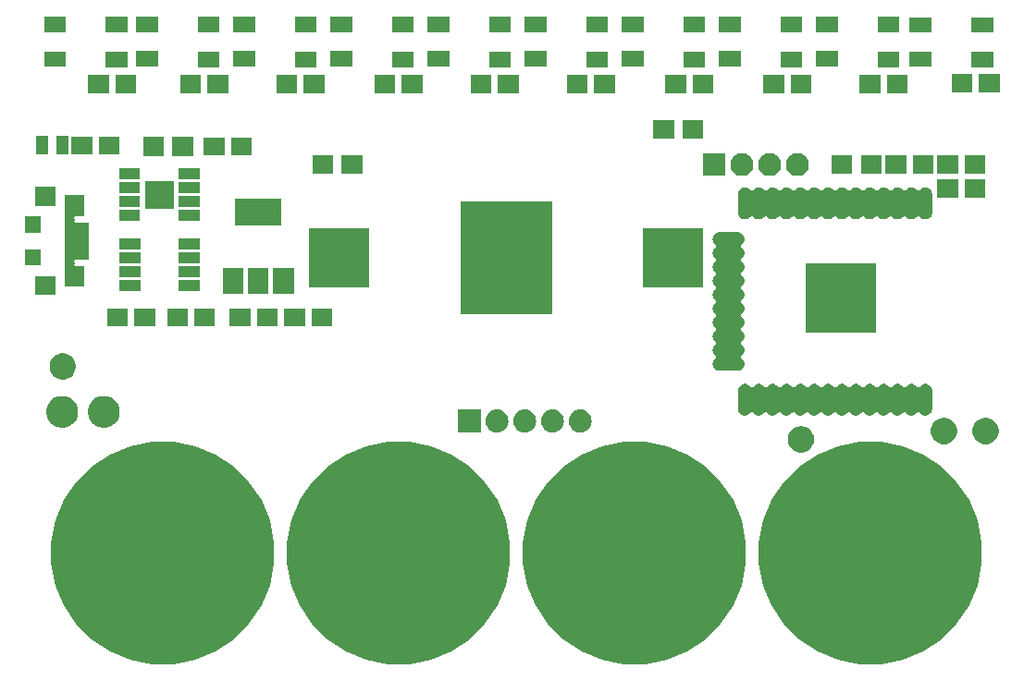
<source format=gbr>
G04 #@! TF.GenerationSoftware,KiCad,Pcbnew,5.1.2*
G04 #@! TF.CreationDate,2019-05-26T21:34:20-05:00*
G04 #@! TF.ProjectId,badge,62616467-652e-46b6-9963-61645f706362,rev?*
G04 #@! TF.SameCoordinates,Original*
G04 #@! TF.FileFunction,Soldermask,Top*
G04 #@! TF.FilePolarity,Negative*
%FSLAX46Y46*%
G04 Gerber Fmt 4.6, Leading zero omitted, Abs format (unit mm)*
G04 Created by KiCad (PCBNEW 5.1.2) date 2019-05-26 21:34:20*
%MOMM*%
%LPD*%
G04 APERTURE LIST*
%ADD10C,0.100000*%
G04 APERTURE END LIST*
D10*
G36*
X161725229Y-132431980D02*
G01*
X163581510Y-133200877D01*
X163581512Y-133200878D01*
X165252121Y-134317143D01*
X166672857Y-135737879D01*
X167789122Y-137408488D01*
X167789123Y-137408490D01*
X168558020Y-139264771D01*
X168950000Y-141235386D01*
X168950000Y-143244614D01*
X168558020Y-145215229D01*
X167789123Y-147071510D01*
X167789122Y-147071512D01*
X166672857Y-148742121D01*
X165252121Y-150162857D01*
X163581512Y-151279122D01*
X163581511Y-151279123D01*
X163581510Y-151279123D01*
X161725229Y-152048020D01*
X159754614Y-152440000D01*
X157745386Y-152440000D01*
X155774771Y-152048020D01*
X153918490Y-151279123D01*
X153918489Y-151279123D01*
X153918488Y-151279122D01*
X152247879Y-150162857D01*
X150827143Y-148742121D01*
X149710878Y-147071512D01*
X149710877Y-147071510D01*
X148941980Y-145215229D01*
X148550000Y-143244614D01*
X148550000Y-141235386D01*
X148941980Y-139264771D01*
X149710877Y-137408490D01*
X149710878Y-137408488D01*
X150827143Y-135737879D01*
X152247879Y-134317143D01*
X153918488Y-133200878D01*
X153918490Y-133200877D01*
X155774771Y-132431980D01*
X157745386Y-132040000D01*
X159754614Y-132040000D01*
X161725229Y-132431980D01*
X161725229Y-132431980D01*
G37*
G36*
X118545229Y-132431980D02*
G01*
X120401510Y-133200877D01*
X120401512Y-133200878D01*
X122072121Y-134317143D01*
X123492857Y-135737879D01*
X124609122Y-137408488D01*
X124609123Y-137408490D01*
X125378020Y-139264771D01*
X125770000Y-141235386D01*
X125770000Y-143244614D01*
X125378020Y-145215229D01*
X124609123Y-147071510D01*
X124609122Y-147071512D01*
X123492857Y-148742121D01*
X122072121Y-150162857D01*
X120401512Y-151279122D01*
X120401511Y-151279123D01*
X120401510Y-151279123D01*
X118545229Y-152048020D01*
X116574614Y-152440000D01*
X114565386Y-152440000D01*
X112594771Y-152048020D01*
X110738490Y-151279123D01*
X110738489Y-151279123D01*
X110738488Y-151279122D01*
X109067879Y-150162857D01*
X107647143Y-148742121D01*
X106530878Y-147071512D01*
X106530877Y-147071510D01*
X105761980Y-145215229D01*
X105370000Y-143244614D01*
X105370000Y-141235386D01*
X105761980Y-139264771D01*
X106530877Y-137408490D01*
X106530878Y-137408488D01*
X107647143Y-135737879D01*
X109067879Y-134317143D01*
X110738488Y-133200878D01*
X110738490Y-133200877D01*
X112594771Y-132431980D01*
X114565386Y-132040000D01*
X116574614Y-132040000D01*
X118545229Y-132431980D01*
X118545229Y-132431980D01*
G37*
G36*
X96955229Y-132431980D02*
G01*
X98811510Y-133200877D01*
X98811512Y-133200878D01*
X100482121Y-134317143D01*
X101902857Y-135737879D01*
X103019122Y-137408488D01*
X103019123Y-137408490D01*
X103788020Y-139264771D01*
X104180000Y-141235386D01*
X104180000Y-143244614D01*
X103788020Y-145215229D01*
X103019123Y-147071510D01*
X103019122Y-147071512D01*
X101902857Y-148742121D01*
X100482121Y-150162857D01*
X98811512Y-151279122D01*
X98811511Y-151279123D01*
X98811510Y-151279123D01*
X96955229Y-152048020D01*
X94984614Y-152440000D01*
X92975386Y-152440000D01*
X91004771Y-152048020D01*
X89148490Y-151279123D01*
X89148489Y-151279123D01*
X89148488Y-151279122D01*
X87477879Y-150162857D01*
X86057143Y-148742121D01*
X84940878Y-147071512D01*
X84940877Y-147071510D01*
X84171980Y-145215229D01*
X83780000Y-143244614D01*
X83780000Y-141235386D01*
X84171980Y-139264771D01*
X84940877Y-137408490D01*
X84940878Y-137408488D01*
X86057143Y-135737879D01*
X87477879Y-134317143D01*
X89148488Y-133200878D01*
X89148490Y-133200877D01*
X91004771Y-132431980D01*
X92975386Y-132040000D01*
X94984614Y-132040000D01*
X96955229Y-132431980D01*
X96955229Y-132431980D01*
G37*
G36*
X140135229Y-132431980D02*
G01*
X141991510Y-133200877D01*
X141991512Y-133200878D01*
X143662121Y-134317143D01*
X145082857Y-135737879D01*
X146199122Y-137408488D01*
X146199123Y-137408490D01*
X146968020Y-139264771D01*
X147360000Y-141235386D01*
X147360000Y-143244614D01*
X146968020Y-145215229D01*
X146199123Y-147071510D01*
X146199122Y-147071512D01*
X145082857Y-148742121D01*
X143662121Y-150162857D01*
X141991512Y-151279122D01*
X141991511Y-151279123D01*
X141991510Y-151279123D01*
X140135229Y-152048020D01*
X138164614Y-152440000D01*
X136155386Y-152440000D01*
X134184771Y-152048020D01*
X132328490Y-151279123D01*
X132328489Y-151279123D01*
X132328488Y-151279122D01*
X130657879Y-150162857D01*
X129237143Y-148742121D01*
X128120878Y-147071512D01*
X128120877Y-147071510D01*
X127351980Y-145215229D01*
X126960000Y-143244614D01*
X126960000Y-141235386D01*
X127351980Y-139264771D01*
X128120877Y-137408490D01*
X128120878Y-137408488D01*
X129237143Y-135737879D01*
X130657879Y-134317143D01*
X132328488Y-133200878D01*
X132328490Y-133200877D01*
X134184771Y-132431980D01*
X136155386Y-132040000D01*
X138164614Y-132040000D01*
X140135229Y-132431980D01*
X140135229Y-132431980D01*
G37*
G36*
X152750026Y-130672115D02*
G01*
X152897428Y-130733171D01*
X152968413Y-130762574D01*
X153163690Y-130893054D01*
X153164955Y-130893899D01*
X153332101Y-131061045D01*
X153463427Y-131257589D01*
X153553885Y-131475974D01*
X153600000Y-131707809D01*
X153600000Y-131944191D01*
X153553885Y-132176026D01*
X153536546Y-132217885D01*
X153463426Y-132394413D01*
X153332101Y-132590955D01*
X153164955Y-132758101D01*
X152968413Y-132889426D01*
X152968412Y-132889427D01*
X152968411Y-132889427D01*
X152750026Y-132979885D01*
X152518191Y-133026000D01*
X152281809Y-133026000D01*
X152049974Y-132979885D01*
X151831589Y-132889427D01*
X151831588Y-132889427D01*
X151831587Y-132889426D01*
X151635045Y-132758101D01*
X151467899Y-132590955D01*
X151336574Y-132394413D01*
X151263454Y-132217885D01*
X151246115Y-132176026D01*
X151200000Y-131944191D01*
X151200000Y-131707809D01*
X151246115Y-131475974D01*
X151336573Y-131257589D01*
X151467899Y-131061045D01*
X151635045Y-130893899D01*
X151636310Y-130893054D01*
X151831587Y-130762574D01*
X151902572Y-130733171D01*
X152049974Y-130672115D01*
X152281809Y-130626000D01*
X152518191Y-130626000D01*
X152750026Y-130672115D01*
X152750026Y-130672115D01*
G37*
G36*
X169641026Y-129910115D02*
G01*
X169842767Y-129993679D01*
X169859413Y-130000574D01*
X170055955Y-130131899D01*
X170223101Y-130299045D01*
X170354427Y-130495589D01*
X170444885Y-130713974D01*
X170491000Y-130945809D01*
X170491000Y-131182191D01*
X170444885Y-131414026D01*
X170419225Y-131475974D01*
X170354426Y-131632413D01*
X170223101Y-131828955D01*
X170055955Y-131996101D01*
X169859413Y-132127426D01*
X169859412Y-132127427D01*
X169859411Y-132127427D01*
X169641026Y-132217885D01*
X169409191Y-132264000D01*
X169172809Y-132264000D01*
X168940974Y-132217885D01*
X168722589Y-132127427D01*
X168722588Y-132127427D01*
X168722587Y-132127426D01*
X168526045Y-131996101D01*
X168358899Y-131828955D01*
X168227574Y-131632413D01*
X168162775Y-131475974D01*
X168137115Y-131414026D01*
X168091000Y-131182191D01*
X168091000Y-130945809D01*
X168137115Y-130713974D01*
X168227573Y-130495589D01*
X168358899Y-130299045D01*
X168526045Y-130131899D01*
X168722587Y-130000574D01*
X168739233Y-129993679D01*
X168940974Y-129910115D01*
X169172809Y-129864000D01*
X169409191Y-129864000D01*
X169641026Y-129910115D01*
X169641026Y-129910115D01*
G37*
G36*
X165831026Y-129910115D02*
G01*
X166032767Y-129993679D01*
X166049413Y-130000574D01*
X166245955Y-130131899D01*
X166413101Y-130299045D01*
X166544427Y-130495589D01*
X166634885Y-130713974D01*
X166681000Y-130945809D01*
X166681000Y-131182191D01*
X166634885Y-131414026D01*
X166609225Y-131475974D01*
X166544426Y-131632413D01*
X166413101Y-131828955D01*
X166245955Y-131996101D01*
X166049413Y-132127426D01*
X166049412Y-132127427D01*
X166049411Y-132127427D01*
X165831026Y-132217885D01*
X165599191Y-132264000D01*
X165362809Y-132264000D01*
X165130974Y-132217885D01*
X164912589Y-132127427D01*
X164912588Y-132127427D01*
X164912587Y-132127426D01*
X164716045Y-131996101D01*
X164548899Y-131828955D01*
X164417574Y-131632413D01*
X164352775Y-131475974D01*
X164327115Y-131414026D01*
X164281000Y-131182191D01*
X164281000Y-130945809D01*
X164327115Y-130713974D01*
X164417573Y-130495589D01*
X164548899Y-130299045D01*
X164716045Y-130131899D01*
X164912587Y-130000574D01*
X164929233Y-129993679D01*
X165130974Y-129910115D01*
X165362809Y-129864000D01*
X165599191Y-129864000D01*
X165831026Y-129910115D01*
X165831026Y-129910115D01*
G37*
G36*
X129778707Y-129104596D02*
G01*
X129855836Y-129112193D01*
X130027343Y-129164219D01*
X130053765Y-129172234D01*
X130236170Y-129269732D01*
X130396055Y-129400945D01*
X130527268Y-129560830D01*
X130624766Y-129743235D01*
X130624767Y-129743238D01*
X130684807Y-129941164D01*
X130705080Y-130147000D01*
X130684807Y-130352836D01*
X130660477Y-130433040D01*
X130624766Y-130550765D01*
X130527268Y-130733170D01*
X130396055Y-130893055D01*
X130236170Y-131024268D01*
X130053765Y-131121766D01*
X130053762Y-131121767D01*
X129855836Y-131181807D01*
X129778707Y-131189404D01*
X129701580Y-131197000D01*
X129598420Y-131197000D01*
X129521293Y-131189404D01*
X129444164Y-131181807D01*
X129246238Y-131121767D01*
X129246235Y-131121766D01*
X129063830Y-131024268D01*
X128903945Y-130893055D01*
X128772732Y-130733170D01*
X128675234Y-130550765D01*
X128639523Y-130433040D01*
X128615193Y-130352836D01*
X128594920Y-130147000D01*
X128615193Y-129941164D01*
X128675233Y-129743238D01*
X128675234Y-129743235D01*
X128772732Y-129560830D01*
X128903945Y-129400945D01*
X129063830Y-129269732D01*
X129246235Y-129172234D01*
X129272657Y-129164219D01*
X129444164Y-129112193D01*
X129521293Y-129104596D01*
X129598420Y-129097000D01*
X129701580Y-129097000D01*
X129778707Y-129104596D01*
X129778707Y-129104596D01*
G37*
G36*
X132318707Y-129104596D02*
G01*
X132395836Y-129112193D01*
X132567343Y-129164219D01*
X132593765Y-129172234D01*
X132776170Y-129269732D01*
X132936055Y-129400945D01*
X133067268Y-129560830D01*
X133164766Y-129743235D01*
X133164767Y-129743238D01*
X133224807Y-129941164D01*
X133245080Y-130147000D01*
X133224807Y-130352836D01*
X133200477Y-130433040D01*
X133164766Y-130550765D01*
X133067268Y-130733170D01*
X132936055Y-130893055D01*
X132776170Y-131024268D01*
X132593765Y-131121766D01*
X132593762Y-131121767D01*
X132395836Y-131181807D01*
X132318707Y-131189404D01*
X132241580Y-131197000D01*
X132138420Y-131197000D01*
X132061293Y-131189404D01*
X131984164Y-131181807D01*
X131786238Y-131121767D01*
X131786235Y-131121766D01*
X131603830Y-131024268D01*
X131443945Y-130893055D01*
X131312732Y-130733170D01*
X131215234Y-130550765D01*
X131179523Y-130433040D01*
X131155193Y-130352836D01*
X131134920Y-130147000D01*
X131155193Y-129941164D01*
X131215233Y-129743238D01*
X131215234Y-129743235D01*
X131312732Y-129560830D01*
X131443945Y-129400945D01*
X131603830Y-129269732D01*
X131786235Y-129172234D01*
X131812657Y-129164219D01*
X131984164Y-129112193D01*
X132061293Y-129104596D01*
X132138420Y-129097000D01*
X132241580Y-129097000D01*
X132318707Y-129104596D01*
X132318707Y-129104596D01*
G37*
G36*
X124698707Y-129104596D02*
G01*
X124775836Y-129112193D01*
X124947343Y-129164219D01*
X124973765Y-129172234D01*
X125156170Y-129269732D01*
X125316055Y-129400945D01*
X125447268Y-129560830D01*
X125544766Y-129743235D01*
X125544767Y-129743238D01*
X125604807Y-129941164D01*
X125625080Y-130147000D01*
X125604807Y-130352836D01*
X125580477Y-130433040D01*
X125544766Y-130550765D01*
X125447268Y-130733170D01*
X125316055Y-130893055D01*
X125156170Y-131024268D01*
X124973765Y-131121766D01*
X124973762Y-131121767D01*
X124775836Y-131181807D01*
X124698707Y-131189404D01*
X124621580Y-131197000D01*
X124518420Y-131197000D01*
X124441293Y-131189404D01*
X124364164Y-131181807D01*
X124166238Y-131121767D01*
X124166235Y-131121766D01*
X123983830Y-131024268D01*
X123823945Y-130893055D01*
X123692732Y-130733170D01*
X123595234Y-130550765D01*
X123559523Y-130433040D01*
X123535193Y-130352836D01*
X123514920Y-130147000D01*
X123535193Y-129941164D01*
X123595233Y-129743238D01*
X123595234Y-129743235D01*
X123692732Y-129560830D01*
X123823945Y-129400945D01*
X123983830Y-129269732D01*
X124166235Y-129172234D01*
X124192657Y-129164219D01*
X124364164Y-129112193D01*
X124441293Y-129104596D01*
X124518420Y-129097000D01*
X124621580Y-129097000D01*
X124698707Y-129104596D01*
X124698707Y-129104596D01*
G37*
G36*
X123080000Y-131197000D02*
G01*
X120980000Y-131197000D01*
X120980000Y-129097000D01*
X123080000Y-129097000D01*
X123080000Y-131197000D01*
X123080000Y-131197000D01*
G37*
G36*
X127238707Y-129104596D02*
G01*
X127315836Y-129112193D01*
X127487343Y-129164219D01*
X127513765Y-129172234D01*
X127696170Y-129269732D01*
X127856055Y-129400945D01*
X127987268Y-129560830D01*
X128084766Y-129743235D01*
X128084767Y-129743238D01*
X128144807Y-129941164D01*
X128165080Y-130147000D01*
X128144807Y-130352836D01*
X128120477Y-130433040D01*
X128084766Y-130550765D01*
X127987268Y-130733170D01*
X127856055Y-130893055D01*
X127696170Y-131024268D01*
X127513765Y-131121766D01*
X127513762Y-131121767D01*
X127315836Y-131181807D01*
X127238707Y-131189404D01*
X127161580Y-131197000D01*
X127058420Y-131197000D01*
X126981293Y-131189404D01*
X126904164Y-131181807D01*
X126706238Y-131121767D01*
X126706235Y-131121766D01*
X126523830Y-131024268D01*
X126363945Y-130893055D01*
X126232732Y-130733170D01*
X126135234Y-130550765D01*
X126099523Y-130433040D01*
X126075193Y-130352836D01*
X126054920Y-130147000D01*
X126075193Y-129941164D01*
X126135233Y-129743238D01*
X126135234Y-129743235D01*
X126232732Y-129560830D01*
X126363945Y-129400945D01*
X126523830Y-129269732D01*
X126706235Y-129172234D01*
X126732657Y-129164219D01*
X126904164Y-129112193D01*
X126981293Y-129104596D01*
X127058420Y-129097000D01*
X127161580Y-129097000D01*
X127238707Y-129104596D01*
X127238707Y-129104596D01*
G37*
G36*
X85212855Y-127913030D02*
G01*
X85476679Y-128022310D01*
X85476681Y-128022311D01*
X85714117Y-128180960D01*
X85916040Y-128382883D01*
X86074689Y-128620319D01*
X86074690Y-128620321D01*
X86183970Y-128884145D01*
X86239680Y-129164218D01*
X86239680Y-129449782D01*
X86183970Y-129729855D01*
X86074690Y-129993679D01*
X86074689Y-129993681D01*
X85916040Y-130231117D01*
X85714117Y-130433040D01*
X85476681Y-130591689D01*
X85476680Y-130591690D01*
X85476679Y-130591690D01*
X85212855Y-130700970D01*
X84932782Y-130756680D01*
X84647218Y-130756680D01*
X84367145Y-130700970D01*
X84103321Y-130591690D01*
X84103320Y-130591690D01*
X84103319Y-130591689D01*
X83865883Y-130433040D01*
X83663960Y-130231117D01*
X83505311Y-129993681D01*
X83505310Y-129993679D01*
X83396030Y-129729855D01*
X83340320Y-129449782D01*
X83340320Y-129164218D01*
X83396030Y-128884145D01*
X83505310Y-128620321D01*
X83505311Y-128620319D01*
X83663960Y-128382883D01*
X83865883Y-128180960D01*
X84103319Y-128022311D01*
X84103321Y-128022310D01*
X84367145Y-127913030D01*
X84647218Y-127857320D01*
X84932782Y-127857320D01*
X85212855Y-127913030D01*
X85212855Y-127913030D01*
G37*
G36*
X89022855Y-127913030D02*
G01*
X89286679Y-128022310D01*
X89286681Y-128022311D01*
X89524117Y-128180960D01*
X89726040Y-128382883D01*
X89884689Y-128620319D01*
X89884690Y-128620321D01*
X89993970Y-128884145D01*
X90049680Y-129164218D01*
X90049680Y-129449782D01*
X89993970Y-129729855D01*
X89884690Y-129993679D01*
X89884689Y-129993681D01*
X89726040Y-130231117D01*
X89524117Y-130433040D01*
X89286681Y-130591689D01*
X89286680Y-130591690D01*
X89286679Y-130591690D01*
X89022855Y-130700970D01*
X88742782Y-130756680D01*
X88457218Y-130756680D01*
X88177145Y-130700970D01*
X87913321Y-130591690D01*
X87913320Y-130591690D01*
X87913319Y-130591689D01*
X87675883Y-130433040D01*
X87473960Y-130231117D01*
X87315311Y-129993681D01*
X87315310Y-129993679D01*
X87206030Y-129729855D01*
X87150320Y-129449782D01*
X87150320Y-129164218D01*
X87206030Y-128884145D01*
X87315310Y-128620321D01*
X87315311Y-128620319D01*
X87473960Y-128382883D01*
X87675883Y-128180960D01*
X87913319Y-128022311D01*
X87913321Y-128022310D01*
X88177145Y-127913030D01*
X88457218Y-127857320D01*
X88742782Y-127857320D01*
X89022855Y-127913030D01*
X89022855Y-127913030D01*
G37*
G36*
X163885997Y-126755280D02*
G01*
X163897422Y-126756405D01*
X163958684Y-126774989D01*
X164019947Y-126793573D01*
X164132867Y-126853930D01*
X164231843Y-126935157D01*
X164313070Y-127034132D01*
X164373427Y-127147052D01*
X164410595Y-127269578D01*
X164420000Y-127365068D01*
X164420000Y-129028932D01*
X164410595Y-129124422D01*
X164373427Y-129246948D01*
X164313070Y-129359868D01*
X164231843Y-129458843D01*
X164132868Y-129540070D01*
X164019948Y-129600427D01*
X163958685Y-129619011D01*
X163897423Y-129637595D01*
X163885998Y-129638720D01*
X163770000Y-129650145D01*
X163654003Y-129638720D01*
X163642578Y-129637595D01*
X163581316Y-129619011D01*
X163520053Y-129600427D01*
X163407133Y-129540070D01*
X163308158Y-129458843D01*
X163231618Y-129365579D01*
X163214300Y-129348261D01*
X163193926Y-129334647D01*
X163171287Y-129325270D01*
X163147254Y-129320489D01*
X163122750Y-129320489D01*
X163098716Y-129325269D01*
X163076077Y-129334646D01*
X163055703Y-129348260D01*
X163038379Y-129365584D01*
X162961843Y-129458843D01*
X162862868Y-129540070D01*
X162749948Y-129600427D01*
X162688685Y-129619011D01*
X162627423Y-129637595D01*
X162615998Y-129638720D01*
X162500000Y-129650145D01*
X162384003Y-129638720D01*
X162372578Y-129637595D01*
X162311316Y-129619011D01*
X162250053Y-129600427D01*
X162137133Y-129540070D01*
X162038158Y-129458843D01*
X161961618Y-129365579D01*
X161944300Y-129348261D01*
X161923926Y-129334647D01*
X161901287Y-129325270D01*
X161877254Y-129320489D01*
X161852750Y-129320489D01*
X161828716Y-129325269D01*
X161806077Y-129334646D01*
X161785703Y-129348260D01*
X161768379Y-129365584D01*
X161691843Y-129458843D01*
X161592868Y-129540070D01*
X161479948Y-129600427D01*
X161418685Y-129619011D01*
X161357423Y-129637595D01*
X161345998Y-129638720D01*
X161230000Y-129650145D01*
X161114003Y-129638720D01*
X161102578Y-129637595D01*
X161041316Y-129619011D01*
X160980053Y-129600427D01*
X160867133Y-129540070D01*
X160768158Y-129458843D01*
X160691618Y-129365579D01*
X160674300Y-129348261D01*
X160653926Y-129334647D01*
X160631287Y-129325270D01*
X160607254Y-129320489D01*
X160582750Y-129320489D01*
X160558716Y-129325269D01*
X160536077Y-129334646D01*
X160515703Y-129348260D01*
X160498379Y-129365584D01*
X160421843Y-129458843D01*
X160322868Y-129540070D01*
X160209948Y-129600427D01*
X160148685Y-129619011D01*
X160087423Y-129637595D01*
X160075998Y-129638720D01*
X159960000Y-129650145D01*
X159844003Y-129638720D01*
X159832578Y-129637595D01*
X159771316Y-129619011D01*
X159710053Y-129600427D01*
X159597133Y-129540070D01*
X159498158Y-129458843D01*
X159421618Y-129365579D01*
X159404300Y-129348261D01*
X159383926Y-129334647D01*
X159361287Y-129325270D01*
X159337254Y-129320489D01*
X159312750Y-129320489D01*
X159288716Y-129325269D01*
X159266077Y-129334646D01*
X159245703Y-129348260D01*
X159228379Y-129365584D01*
X159151843Y-129458843D01*
X159052868Y-129540070D01*
X158939948Y-129600427D01*
X158878685Y-129619011D01*
X158817423Y-129637595D01*
X158805998Y-129638720D01*
X158690000Y-129650145D01*
X158574003Y-129638720D01*
X158562578Y-129637595D01*
X158501316Y-129619011D01*
X158440053Y-129600427D01*
X158327133Y-129540070D01*
X158228158Y-129458843D01*
X158151618Y-129365579D01*
X158134300Y-129348261D01*
X158113926Y-129334647D01*
X158091287Y-129325270D01*
X158067254Y-129320489D01*
X158042750Y-129320489D01*
X158018716Y-129325269D01*
X157996077Y-129334646D01*
X157975703Y-129348260D01*
X157958379Y-129365584D01*
X157881843Y-129458843D01*
X157782868Y-129540070D01*
X157669948Y-129600427D01*
X157608685Y-129619011D01*
X157547423Y-129637595D01*
X157535998Y-129638720D01*
X157420000Y-129650145D01*
X157304003Y-129638720D01*
X157292578Y-129637595D01*
X157231316Y-129619011D01*
X157170053Y-129600427D01*
X157057133Y-129540070D01*
X156958158Y-129458843D01*
X156881618Y-129365579D01*
X156864300Y-129348261D01*
X156843926Y-129334647D01*
X156821287Y-129325270D01*
X156797254Y-129320489D01*
X156772750Y-129320489D01*
X156748716Y-129325269D01*
X156726077Y-129334646D01*
X156705703Y-129348260D01*
X156688379Y-129365584D01*
X156611843Y-129458843D01*
X156512868Y-129540070D01*
X156399948Y-129600427D01*
X156338685Y-129619011D01*
X156277423Y-129637595D01*
X156265998Y-129638720D01*
X156150000Y-129650145D01*
X156034003Y-129638720D01*
X156022578Y-129637595D01*
X155961316Y-129619011D01*
X155900053Y-129600427D01*
X155787133Y-129540070D01*
X155688158Y-129458843D01*
X155611618Y-129365579D01*
X155594300Y-129348261D01*
X155573926Y-129334647D01*
X155551287Y-129325270D01*
X155527254Y-129320489D01*
X155502750Y-129320489D01*
X155478716Y-129325269D01*
X155456077Y-129334646D01*
X155435703Y-129348260D01*
X155418379Y-129365584D01*
X155341843Y-129458843D01*
X155242868Y-129540070D01*
X155129948Y-129600427D01*
X155068685Y-129619011D01*
X155007423Y-129637595D01*
X154995998Y-129638720D01*
X154880000Y-129650145D01*
X154764003Y-129638720D01*
X154752578Y-129637595D01*
X154691316Y-129619011D01*
X154630053Y-129600427D01*
X154517133Y-129540070D01*
X154418158Y-129458843D01*
X154341618Y-129365579D01*
X154324300Y-129348261D01*
X154303926Y-129334647D01*
X154281287Y-129325270D01*
X154257254Y-129320489D01*
X154232750Y-129320489D01*
X154208716Y-129325269D01*
X154186077Y-129334646D01*
X154165703Y-129348260D01*
X154148379Y-129365584D01*
X154071843Y-129458843D01*
X153972868Y-129540070D01*
X153859948Y-129600427D01*
X153798685Y-129619011D01*
X153737423Y-129637595D01*
X153725998Y-129638720D01*
X153610000Y-129650145D01*
X153494003Y-129638720D01*
X153482578Y-129637595D01*
X153421316Y-129619011D01*
X153360053Y-129600427D01*
X153247133Y-129540070D01*
X153148158Y-129458843D01*
X153071618Y-129365579D01*
X153054300Y-129348261D01*
X153033926Y-129334647D01*
X153011287Y-129325270D01*
X152987254Y-129320489D01*
X152962750Y-129320489D01*
X152938716Y-129325269D01*
X152916077Y-129334646D01*
X152895703Y-129348260D01*
X152878379Y-129365584D01*
X152801843Y-129458843D01*
X152702868Y-129540070D01*
X152589948Y-129600427D01*
X152528685Y-129619011D01*
X152467423Y-129637595D01*
X152455998Y-129638720D01*
X152340000Y-129650145D01*
X152224003Y-129638720D01*
X152212578Y-129637595D01*
X152151316Y-129619011D01*
X152090053Y-129600427D01*
X151977133Y-129540070D01*
X151878158Y-129458843D01*
X151801618Y-129365579D01*
X151784300Y-129348261D01*
X151763926Y-129334647D01*
X151741287Y-129325270D01*
X151717254Y-129320489D01*
X151692750Y-129320489D01*
X151668716Y-129325269D01*
X151646077Y-129334646D01*
X151625703Y-129348260D01*
X151608379Y-129365584D01*
X151531843Y-129458843D01*
X151432868Y-129540070D01*
X151319948Y-129600427D01*
X151258685Y-129619011D01*
X151197423Y-129637595D01*
X151185998Y-129638720D01*
X151070000Y-129650145D01*
X150954003Y-129638720D01*
X150942578Y-129637595D01*
X150881316Y-129619011D01*
X150820053Y-129600427D01*
X150707133Y-129540070D01*
X150608158Y-129458843D01*
X150531618Y-129365579D01*
X150514300Y-129348261D01*
X150493926Y-129334647D01*
X150471287Y-129325270D01*
X150447254Y-129320489D01*
X150422750Y-129320489D01*
X150398716Y-129325269D01*
X150376077Y-129334646D01*
X150355703Y-129348260D01*
X150338379Y-129365584D01*
X150261843Y-129458843D01*
X150162868Y-129540070D01*
X150049948Y-129600427D01*
X149988685Y-129619011D01*
X149927423Y-129637595D01*
X149915998Y-129638720D01*
X149800000Y-129650145D01*
X149684003Y-129638720D01*
X149672578Y-129637595D01*
X149611316Y-129619011D01*
X149550053Y-129600427D01*
X149437133Y-129540070D01*
X149338158Y-129458843D01*
X149261618Y-129365579D01*
X149244300Y-129348261D01*
X149223926Y-129334647D01*
X149201287Y-129325270D01*
X149177254Y-129320489D01*
X149152750Y-129320489D01*
X149128716Y-129325269D01*
X149106077Y-129334646D01*
X149085703Y-129348260D01*
X149068379Y-129365584D01*
X148991843Y-129458843D01*
X148892868Y-129540070D01*
X148779948Y-129600427D01*
X148718685Y-129619011D01*
X148657423Y-129637595D01*
X148645998Y-129638720D01*
X148530000Y-129650145D01*
X148414003Y-129638720D01*
X148402578Y-129637595D01*
X148341316Y-129619011D01*
X148280053Y-129600427D01*
X148167133Y-129540070D01*
X148068158Y-129458843D01*
X147991618Y-129365579D01*
X147974300Y-129348261D01*
X147953926Y-129334647D01*
X147931287Y-129325270D01*
X147907254Y-129320489D01*
X147882750Y-129320489D01*
X147858716Y-129325269D01*
X147836077Y-129334646D01*
X147815703Y-129348260D01*
X147798379Y-129365584D01*
X147721843Y-129458843D01*
X147622868Y-129540070D01*
X147509948Y-129600427D01*
X147448685Y-129619011D01*
X147387423Y-129637595D01*
X147375998Y-129638720D01*
X147260000Y-129650145D01*
X147144003Y-129638720D01*
X147132578Y-129637595D01*
X147071316Y-129619011D01*
X147010053Y-129600427D01*
X146897133Y-129540070D01*
X146798158Y-129458843D01*
X146716931Y-129359868D01*
X146656574Y-129246948D01*
X146619406Y-129124422D01*
X146610001Y-129028932D01*
X146610000Y-127365069D01*
X146619405Y-127269579D01*
X146619406Y-127269577D01*
X146656573Y-127147054D01*
X146656573Y-127147053D01*
X146716930Y-127034133D01*
X146798157Y-126935157D01*
X146897132Y-126853930D01*
X147010052Y-126793573D01*
X147071315Y-126774989D01*
X147132577Y-126756405D01*
X147144002Y-126755280D01*
X147260000Y-126743855D01*
X147375997Y-126755280D01*
X147387422Y-126756405D01*
X147448684Y-126774989D01*
X147509947Y-126793573D01*
X147622867Y-126853930D01*
X147721843Y-126935157D01*
X147798383Y-127028421D01*
X147815701Y-127045739D01*
X147836075Y-127059353D01*
X147858714Y-127068730D01*
X147882747Y-127073511D01*
X147907251Y-127073511D01*
X147931285Y-127068731D01*
X147953924Y-127059354D01*
X147974298Y-127045740D01*
X147991621Y-127028417D01*
X148068157Y-126935157D01*
X148167132Y-126853930D01*
X148280052Y-126793573D01*
X148341315Y-126774989D01*
X148402577Y-126756405D01*
X148414002Y-126755280D01*
X148530000Y-126743855D01*
X148645997Y-126755280D01*
X148657422Y-126756405D01*
X148718684Y-126774989D01*
X148779947Y-126793573D01*
X148892867Y-126853930D01*
X148991843Y-126935157D01*
X149068383Y-127028421D01*
X149085701Y-127045739D01*
X149106075Y-127059353D01*
X149128714Y-127068730D01*
X149152747Y-127073511D01*
X149177251Y-127073511D01*
X149201285Y-127068731D01*
X149223924Y-127059354D01*
X149244298Y-127045740D01*
X149261621Y-127028417D01*
X149338157Y-126935157D01*
X149437132Y-126853930D01*
X149550052Y-126793573D01*
X149611315Y-126774989D01*
X149672577Y-126756405D01*
X149684002Y-126755280D01*
X149800000Y-126743855D01*
X149915997Y-126755280D01*
X149927422Y-126756405D01*
X149988684Y-126774989D01*
X150049947Y-126793573D01*
X150162867Y-126853930D01*
X150261843Y-126935157D01*
X150338383Y-127028421D01*
X150355701Y-127045739D01*
X150376075Y-127059353D01*
X150398714Y-127068730D01*
X150422747Y-127073511D01*
X150447251Y-127073511D01*
X150471285Y-127068731D01*
X150493924Y-127059354D01*
X150514298Y-127045740D01*
X150531621Y-127028417D01*
X150608157Y-126935157D01*
X150707132Y-126853930D01*
X150820052Y-126793573D01*
X150881315Y-126774989D01*
X150942577Y-126756405D01*
X150954002Y-126755280D01*
X151070000Y-126743855D01*
X151185997Y-126755280D01*
X151197422Y-126756405D01*
X151258684Y-126774989D01*
X151319947Y-126793573D01*
X151432867Y-126853930D01*
X151531843Y-126935157D01*
X151608383Y-127028421D01*
X151625701Y-127045739D01*
X151646075Y-127059353D01*
X151668714Y-127068730D01*
X151692747Y-127073511D01*
X151717251Y-127073511D01*
X151741285Y-127068731D01*
X151763924Y-127059354D01*
X151784298Y-127045740D01*
X151801621Y-127028417D01*
X151878157Y-126935157D01*
X151977132Y-126853930D01*
X152090052Y-126793573D01*
X152151315Y-126774989D01*
X152212577Y-126756405D01*
X152224002Y-126755280D01*
X152340000Y-126743855D01*
X152455997Y-126755280D01*
X152467422Y-126756405D01*
X152528684Y-126774989D01*
X152589947Y-126793573D01*
X152702867Y-126853930D01*
X152801843Y-126935157D01*
X152878383Y-127028421D01*
X152895701Y-127045739D01*
X152916075Y-127059353D01*
X152938714Y-127068730D01*
X152962747Y-127073511D01*
X152987251Y-127073511D01*
X153011285Y-127068731D01*
X153033924Y-127059354D01*
X153054298Y-127045740D01*
X153071621Y-127028417D01*
X153148157Y-126935157D01*
X153247132Y-126853930D01*
X153360052Y-126793573D01*
X153421315Y-126774989D01*
X153482577Y-126756405D01*
X153494002Y-126755280D01*
X153610000Y-126743855D01*
X153725997Y-126755280D01*
X153737422Y-126756405D01*
X153798684Y-126774989D01*
X153859947Y-126793573D01*
X153972867Y-126853930D01*
X154071843Y-126935157D01*
X154148383Y-127028421D01*
X154165701Y-127045739D01*
X154186075Y-127059353D01*
X154208714Y-127068730D01*
X154232747Y-127073511D01*
X154257251Y-127073511D01*
X154281285Y-127068731D01*
X154303924Y-127059354D01*
X154324298Y-127045740D01*
X154341621Y-127028417D01*
X154418157Y-126935157D01*
X154517132Y-126853930D01*
X154630052Y-126793573D01*
X154691315Y-126774989D01*
X154752577Y-126756405D01*
X154764002Y-126755280D01*
X154880000Y-126743855D01*
X154995997Y-126755280D01*
X155007422Y-126756405D01*
X155068684Y-126774989D01*
X155129947Y-126793573D01*
X155242867Y-126853930D01*
X155341843Y-126935157D01*
X155418383Y-127028421D01*
X155435701Y-127045739D01*
X155456075Y-127059353D01*
X155478714Y-127068730D01*
X155502747Y-127073511D01*
X155527251Y-127073511D01*
X155551285Y-127068731D01*
X155573924Y-127059354D01*
X155594298Y-127045740D01*
X155611621Y-127028417D01*
X155688157Y-126935157D01*
X155787132Y-126853930D01*
X155900052Y-126793573D01*
X155961315Y-126774989D01*
X156022577Y-126756405D01*
X156034002Y-126755280D01*
X156150000Y-126743855D01*
X156265997Y-126755280D01*
X156277422Y-126756405D01*
X156338684Y-126774989D01*
X156399947Y-126793573D01*
X156512867Y-126853930D01*
X156611843Y-126935157D01*
X156688383Y-127028421D01*
X156705701Y-127045739D01*
X156726075Y-127059353D01*
X156748714Y-127068730D01*
X156772747Y-127073511D01*
X156797251Y-127073511D01*
X156821285Y-127068731D01*
X156843924Y-127059354D01*
X156864298Y-127045740D01*
X156881621Y-127028417D01*
X156958157Y-126935157D01*
X157057132Y-126853930D01*
X157170052Y-126793573D01*
X157231315Y-126774989D01*
X157292577Y-126756405D01*
X157304002Y-126755280D01*
X157420000Y-126743855D01*
X157535997Y-126755280D01*
X157547422Y-126756405D01*
X157608684Y-126774989D01*
X157669947Y-126793573D01*
X157782867Y-126853930D01*
X157881843Y-126935157D01*
X157958383Y-127028421D01*
X157975701Y-127045739D01*
X157996075Y-127059353D01*
X158018714Y-127068730D01*
X158042747Y-127073511D01*
X158067251Y-127073511D01*
X158091285Y-127068731D01*
X158113924Y-127059354D01*
X158134298Y-127045740D01*
X158151621Y-127028417D01*
X158228157Y-126935157D01*
X158327132Y-126853930D01*
X158440052Y-126793573D01*
X158501315Y-126774989D01*
X158562577Y-126756405D01*
X158574002Y-126755280D01*
X158690000Y-126743855D01*
X158805997Y-126755280D01*
X158817422Y-126756405D01*
X158878684Y-126774989D01*
X158939947Y-126793573D01*
X159052867Y-126853930D01*
X159151843Y-126935157D01*
X159228383Y-127028421D01*
X159245701Y-127045739D01*
X159266075Y-127059353D01*
X159288714Y-127068730D01*
X159312747Y-127073511D01*
X159337251Y-127073511D01*
X159361285Y-127068731D01*
X159383924Y-127059354D01*
X159404298Y-127045740D01*
X159421621Y-127028417D01*
X159498157Y-126935157D01*
X159597132Y-126853930D01*
X159710052Y-126793573D01*
X159771315Y-126774989D01*
X159832577Y-126756405D01*
X159844002Y-126755280D01*
X159960000Y-126743855D01*
X160075997Y-126755280D01*
X160087422Y-126756405D01*
X160148684Y-126774989D01*
X160209947Y-126793573D01*
X160322867Y-126853930D01*
X160421843Y-126935157D01*
X160498383Y-127028421D01*
X160515701Y-127045739D01*
X160536075Y-127059353D01*
X160558714Y-127068730D01*
X160582747Y-127073511D01*
X160607251Y-127073511D01*
X160631285Y-127068731D01*
X160653924Y-127059354D01*
X160674298Y-127045740D01*
X160691621Y-127028417D01*
X160768157Y-126935157D01*
X160867132Y-126853930D01*
X160980052Y-126793573D01*
X161041315Y-126774989D01*
X161102577Y-126756405D01*
X161114002Y-126755280D01*
X161230000Y-126743855D01*
X161345997Y-126755280D01*
X161357422Y-126756405D01*
X161418684Y-126774989D01*
X161479947Y-126793573D01*
X161592867Y-126853930D01*
X161691843Y-126935157D01*
X161768383Y-127028421D01*
X161785701Y-127045739D01*
X161806075Y-127059353D01*
X161828714Y-127068730D01*
X161852747Y-127073511D01*
X161877251Y-127073511D01*
X161901285Y-127068731D01*
X161923924Y-127059354D01*
X161944298Y-127045740D01*
X161961621Y-127028417D01*
X162038157Y-126935157D01*
X162137132Y-126853930D01*
X162250052Y-126793573D01*
X162311315Y-126774989D01*
X162372577Y-126756405D01*
X162384002Y-126755280D01*
X162500000Y-126743855D01*
X162615997Y-126755280D01*
X162627422Y-126756405D01*
X162688684Y-126774989D01*
X162749947Y-126793573D01*
X162862867Y-126853930D01*
X162961843Y-126935157D01*
X163038383Y-127028421D01*
X163055701Y-127045739D01*
X163076075Y-127059353D01*
X163098714Y-127068730D01*
X163122747Y-127073511D01*
X163147251Y-127073511D01*
X163171285Y-127068731D01*
X163193924Y-127059354D01*
X163214298Y-127045740D01*
X163231621Y-127028417D01*
X163308157Y-126935157D01*
X163407132Y-126853930D01*
X163520052Y-126793573D01*
X163581315Y-126774989D01*
X163642577Y-126756405D01*
X163654002Y-126755280D01*
X163770000Y-126743855D01*
X163885997Y-126755280D01*
X163885997Y-126755280D01*
G37*
G36*
X85170026Y-123993115D02*
G01*
X85388411Y-124083573D01*
X85388413Y-124083574D01*
X85540313Y-124185070D01*
X85584955Y-124214899D01*
X85752101Y-124382045D01*
X85883427Y-124578589D01*
X85973885Y-124796974D01*
X86020000Y-125028809D01*
X86020000Y-125265191D01*
X85973885Y-125497026D01*
X85883427Y-125715411D01*
X85883426Y-125715413D01*
X85752101Y-125911955D01*
X85584955Y-126079101D01*
X85388413Y-126210426D01*
X85388412Y-126210427D01*
X85388411Y-126210427D01*
X85170026Y-126300885D01*
X84938191Y-126347000D01*
X84701809Y-126347000D01*
X84469974Y-126300885D01*
X84251589Y-126210427D01*
X84251588Y-126210427D01*
X84251587Y-126210426D01*
X84055045Y-126079101D01*
X83887899Y-125911955D01*
X83756574Y-125715413D01*
X83756573Y-125715411D01*
X83666115Y-125497026D01*
X83620000Y-125265191D01*
X83620000Y-125028809D01*
X83666115Y-124796974D01*
X83756573Y-124578589D01*
X83887899Y-124382045D01*
X84055045Y-124214899D01*
X84099687Y-124185070D01*
X84251587Y-124083574D01*
X84251589Y-124083573D01*
X84469974Y-123993115D01*
X84701809Y-123947000D01*
X84938191Y-123947000D01*
X85170026Y-123993115D01*
X85170026Y-123993115D01*
G37*
G36*
X146685486Y-112840229D02*
G01*
X146697423Y-112841405D01*
X146758685Y-112859989D01*
X146819948Y-112878573D01*
X146932868Y-112938930D01*
X147031843Y-113020157D01*
X147113070Y-113119132D01*
X147173427Y-113232052D01*
X147210595Y-113354578D01*
X147223145Y-113482000D01*
X147210595Y-113609422D01*
X147173427Y-113731948D01*
X147113070Y-113844868D01*
X147031843Y-113943843D01*
X146938579Y-114020383D01*
X146921261Y-114037701D01*
X146907647Y-114058075D01*
X146898270Y-114080714D01*
X146893489Y-114104747D01*
X146893489Y-114129251D01*
X146898269Y-114153285D01*
X146907646Y-114175924D01*
X146921260Y-114196298D01*
X146938579Y-114213617D01*
X147031843Y-114290157D01*
X147113070Y-114389132D01*
X147173427Y-114502052D01*
X147210595Y-114624578D01*
X147223145Y-114752000D01*
X147210595Y-114879422D01*
X147173427Y-115001948D01*
X147113070Y-115114868D01*
X147031843Y-115213843D01*
X146938579Y-115290383D01*
X146921261Y-115307701D01*
X146907647Y-115328075D01*
X146898270Y-115350714D01*
X146893489Y-115374747D01*
X146893489Y-115399251D01*
X146898269Y-115423285D01*
X146907646Y-115445924D01*
X146921260Y-115466298D01*
X146938579Y-115483617D01*
X147031843Y-115560157D01*
X147113070Y-115659132D01*
X147173427Y-115772052D01*
X147184215Y-115807615D01*
X147203187Y-115870155D01*
X147210595Y-115894578D01*
X147223145Y-116022000D01*
X147210595Y-116149422D01*
X147173427Y-116271948D01*
X147113070Y-116384868D01*
X147031843Y-116483843D01*
X146938579Y-116560383D01*
X146921261Y-116577701D01*
X146907647Y-116598075D01*
X146898270Y-116620714D01*
X146893489Y-116644747D01*
X146893489Y-116669251D01*
X146898269Y-116693285D01*
X146907646Y-116715924D01*
X146921260Y-116736298D01*
X146938579Y-116753617D01*
X147031843Y-116830157D01*
X147113070Y-116929132D01*
X147173427Y-117042052D01*
X147210595Y-117164578D01*
X147223145Y-117292000D01*
X147210595Y-117419422D01*
X147173427Y-117541948D01*
X147113070Y-117654868D01*
X147031843Y-117753843D01*
X146938579Y-117830383D01*
X146921261Y-117847701D01*
X146907647Y-117868075D01*
X146898270Y-117890714D01*
X146893489Y-117914747D01*
X146893489Y-117939251D01*
X146898269Y-117963285D01*
X146907646Y-117985924D01*
X146921260Y-118006298D01*
X146938579Y-118023617D01*
X147031843Y-118100157D01*
X147113070Y-118199132D01*
X147173427Y-118312052D01*
X147210595Y-118434578D01*
X147223145Y-118562000D01*
X147210595Y-118689422D01*
X147173427Y-118811948D01*
X147113070Y-118924868D01*
X147031843Y-119023843D01*
X146938579Y-119100383D01*
X146921261Y-119117701D01*
X146907647Y-119138075D01*
X146898270Y-119160714D01*
X146893489Y-119184747D01*
X146893489Y-119209251D01*
X146898269Y-119233285D01*
X146907646Y-119255924D01*
X146921260Y-119276298D01*
X146938579Y-119293617D01*
X147031843Y-119370157D01*
X147113070Y-119469132D01*
X147173427Y-119582052D01*
X147210595Y-119704578D01*
X147223145Y-119832000D01*
X147210595Y-119959422D01*
X147173427Y-120081948D01*
X147113070Y-120194868D01*
X147031843Y-120293843D01*
X146938579Y-120370383D01*
X146921261Y-120387701D01*
X146907647Y-120408075D01*
X146898270Y-120430714D01*
X146893489Y-120454747D01*
X146893489Y-120479251D01*
X146898269Y-120503285D01*
X146907646Y-120525924D01*
X146921260Y-120546298D01*
X146938579Y-120563617D01*
X147031843Y-120640157D01*
X147113070Y-120739132D01*
X147173427Y-120852052D01*
X147210595Y-120974578D01*
X147223145Y-121102000D01*
X147210595Y-121229422D01*
X147173427Y-121351948D01*
X147113070Y-121464868D01*
X147031843Y-121563843D01*
X146938579Y-121640383D01*
X146921261Y-121657701D01*
X146907647Y-121678075D01*
X146898270Y-121700714D01*
X146893489Y-121724747D01*
X146893489Y-121749251D01*
X146898269Y-121773285D01*
X146907646Y-121795924D01*
X146921260Y-121816298D01*
X146938579Y-121833617D01*
X147031843Y-121910157D01*
X147113070Y-122009132D01*
X147173427Y-122122052D01*
X147210595Y-122244578D01*
X147223145Y-122372000D01*
X147210595Y-122499422D01*
X147173427Y-122621948D01*
X147113070Y-122734868D01*
X147031843Y-122833843D01*
X146938579Y-122910383D01*
X146921261Y-122927701D01*
X146907647Y-122948075D01*
X146898270Y-122970714D01*
X146893489Y-122994747D01*
X146893489Y-123019251D01*
X146898269Y-123043285D01*
X146907646Y-123065924D01*
X146921260Y-123086298D01*
X146938579Y-123103617D01*
X147031843Y-123180157D01*
X147113070Y-123279132D01*
X147173427Y-123392052D01*
X147210595Y-123514578D01*
X147223145Y-123642000D01*
X147210595Y-123769422D01*
X147173427Y-123891948D01*
X147113070Y-124004868D01*
X147031843Y-124103843D01*
X146938579Y-124180383D01*
X146921261Y-124197701D01*
X146907647Y-124218075D01*
X146898270Y-124240714D01*
X146893489Y-124264747D01*
X146893489Y-124289251D01*
X146898269Y-124313285D01*
X146907646Y-124335924D01*
X146921260Y-124356298D01*
X146938579Y-124373617D01*
X147031843Y-124450157D01*
X147113070Y-124549132D01*
X147173427Y-124662052D01*
X147210595Y-124784578D01*
X147223145Y-124912000D01*
X147210595Y-125039422D01*
X147173427Y-125161948D01*
X147113070Y-125274868D01*
X147031843Y-125373843D01*
X146932868Y-125455070D01*
X146819948Y-125515427D01*
X146758685Y-125534011D01*
X146697423Y-125552595D01*
X146685486Y-125553771D01*
X146601932Y-125562000D01*
X144938068Y-125562000D01*
X144854514Y-125553771D01*
X144842577Y-125552595D01*
X144781315Y-125534011D01*
X144720052Y-125515427D01*
X144607132Y-125455070D01*
X144508157Y-125373843D01*
X144426930Y-125274868D01*
X144366573Y-125161948D01*
X144329405Y-125039422D01*
X144316855Y-124912000D01*
X144329405Y-124784578D01*
X144366573Y-124662052D01*
X144426930Y-124549132D01*
X144508157Y-124450157D01*
X144601421Y-124373617D01*
X144618739Y-124356299D01*
X144632353Y-124335925D01*
X144641730Y-124313286D01*
X144646511Y-124289253D01*
X144646511Y-124264749D01*
X144641731Y-124240715D01*
X144632354Y-124218076D01*
X144618740Y-124197702D01*
X144601421Y-124180383D01*
X144508157Y-124103843D01*
X144426930Y-124004868D01*
X144366573Y-123891948D01*
X144329405Y-123769422D01*
X144316855Y-123642000D01*
X144329405Y-123514578D01*
X144366573Y-123392052D01*
X144426930Y-123279132D01*
X144508157Y-123180157D01*
X144601421Y-123103617D01*
X144618739Y-123086299D01*
X144632353Y-123065925D01*
X144641730Y-123043286D01*
X144646511Y-123019253D01*
X144646511Y-122994749D01*
X144641731Y-122970715D01*
X144632354Y-122948076D01*
X144618740Y-122927702D01*
X144601421Y-122910383D01*
X144508157Y-122833843D01*
X144426930Y-122734868D01*
X144366573Y-122621948D01*
X144329405Y-122499422D01*
X144316855Y-122372000D01*
X144329405Y-122244578D01*
X144366573Y-122122052D01*
X144426930Y-122009132D01*
X144508157Y-121910157D01*
X144601421Y-121833617D01*
X144618739Y-121816299D01*
X144632353Y-121795925D01*
X144641730Y-121773286D01*
X144646511Y-121749253D01*
X144646511Y-121724749D01*
X144641731Y-121700715D01*
X144632354Y-121678076D01*
X144618740Y-121657702D01*
X144601421Y-121640383D01*
X144508157Y-121563843D01*
X144426930Y-121464868D01*
X144366573Y-121351948D01*
X144329405Y-121229422D01*
X144316855Y-121102000D01*
X144329405Y-120974578D01*
X144366573Y-120852052D01*
X144426930Y-120739132D01*
X144508157Y-120640157D01*
X144601421Y-120563617D01*
X144618739Y-120546299D01*
X144632353Y-120525925D01*
X144641730Y-120503286D01*
X144646511Y-120479253D01*
X144646511Y-120454749D01*
X144641731Y-120430715D01*
X144632354Y-120408076D01*
X144618740Y-120387702D01*
X144601421Y-120370383D01*
X144508157Y-120293843D01*
X144426930Y-120194868D01*
X144366573Y-120081948D01*
X144329405Y-119959422D01*
X144316855Y-119832000D01*
X144329405Y-119704578D01*
X144366573Y-119582052D01*
X144426930Y-119469132D01*
X144508157Y-119370157D01*
X144601421Y-119293617D01*
X144618739Y-119276299D01*
X144632353Y-119255925D01*
X144641730Y-119233286D01*
X144646511Y-119209253D01*
X144646511Y-119184749D01*
X144641731Y-119160715D01*
X144632354Y-119138076D01*
X144618740Y-119117702D01*
X144601421Y-119100383D01*
X144508157Y-119023843D01*
X144426930Y-118924868D01*
X144366573Y-118811948D01*
X144329405Y-118689422D01*
X144316855Y-118562000D01*
X144329405Y-118434578D01*
X144366573Y-118312052D01*
X144426930Y-118199132D01*
X144508157Y-118100157D01*
X144601421Y-118023617D01*
X144618739Y-118006299D01*
X144632353Y-117985925D01*
X144641730Y-117963286D01*
X144646511Y-117939253D01*
X144646511Y-117914749D01*
X144641731Y-117890715D01*
X144632354Y-117868076D01*
X144618740Y-117847702D01*
X144601421Y-117830383D01*
X144508157Y-117753843D01*
X144426930Y-117654868D01*
X144366573Y-117541948D01*
X144329405Y-117419422D01*
X144316855Y-117292000D01*
X144329405Y-117164578D01*
X144366573Y-117042052D01*
X144426930Y-116929132D01*
X144508157Y-116830157D01*
X144601421Y-116753617D01*
X144618739Y-116736299D01*
X144632353Y-116715925D01*
X144641730Y-116693286D01*
X144646511Y-116669253D01*
X144646511Y-116644749D01*
X144641731Y-116620715D01*
X144632354Y-116598076D01*
X144618740Y-116577702D01*
X144601421Y-116560383D01*
X144508157Y-116483843D01*
X144426930Y-116384868D01*
X144366573Y-116271948D01*
X144329405Y-116149422D01*
X144316855Y-116022000D01*
X144329405Y-115894578D01*
X144336814Y-115870155D01*
X144355785Y-115807615D01*
X144366573Y-115772052D01*
X144426930Y-115659132D01*
X144508157Y-115560157D01*
X144601421Y-115483617D01*
X144618739Y-115466299D01*
X144632353Y-115445925D01*
X144641730Y-115423286D01*
X144646511Y-115399253D01*
X144646511Y-115374749D01*
X144641731Y-115350715D01*
X144632354Y-115328076D01*
X144618740Y-115307702D01*
X144601421Y-115290383D01*
X144508157Y-115213843D01*
X144426930Y-115114868D01*
X144366573Y-115001948D01*
X144329405Y-114879422D01*
X144316855Y-114752000D01*
X144329405Y-114624578D01*
X144366573Y-114502052D01*
X144426930Y-114389132D01*
X144508157Y-114290157D01*
X144601421Y-114213617D01*
X144618739Y-114196299D01*
X144632353Y-114175925D01*
X144641730Y-114153286D01*
X144646511Y-114129253D01*
X144646511Y-114104749D01*
X144641731Y-114080715D01*
X144632354Y-114058076D01*
X144618740Y-114037702D01*
X144601421Y-114020383D01*
X144508157Y-113943843D01*
X144426930Y-113844868D01*
X144366573Y-113731948D01*
X144329405Y-113609422D01*
X144316855Y-113482000D01*
X144329405Y-113354578D01*
X144366573Y-113232052D01*
X144426930Y-113119132D01*
X144508157Y-113020157D01*
X144607132Y-112938930D01*
X144720052Y-112878573D01*
X144781315Y-112859989D01*
X144842577Y-112841405D01*
X144854514Y-112840229D01*
X144938068Y-112832000D01*
X146601932Y-112832000D01*
X146685486Y-112840229D01*
X146685486Y-112840229D01*
G37*
G36*
X159270000Y-122097000D02*
G01*
X152870000Y-122097000D01*
X152870000Y-115697000D01*
X159270000Y-115697000D01*
X159270000Y-122097000D01*
X159270000Y-122097000D01*
G37*
G36*
X102020000Y-121472000D02*
G01*
X100120000Y-121472000D01*
X100120000Y-119822000D01*
X102020000Y-119822000D01*
X102020000Y-121472000D01*
X102020000Y-121472000D01*
G37*
G36*
X109520000Y-121472000D02*
G01*
X107620000Y-121472000D01*
X107620000Y-119822000D01*
X109520000Y-119822000D01*
X109520000Y-121472000D01*
X109520000Y-121472000D01*
G37*
G36*
X104520000Y-121472000D02*
G01*
X102620000Y-121472000D01*
X102620000Y-119822000D01*
X104520000Y-119822000D01*
X104520000Y-121472000D01*
X104520000Y-121472000D01*
G37*
G36*
X98770000Y-121472000D02*
G01*
X96870000Y-121472000D01*
X96870000Y-119822000D01*
X98770000Y-119822000D01*
X98770000Y-121472000D01*
X98770000Y-121472000D01*
G37*
G36*
X90770000Y-121472000D02*
G01*
X88870000Y-121472000D01*
X88870000Y-119822000D01*
X90770000Y-119822000D01*
X90770000Y-121472000D01*
X90770000Y-121472000D01*
G37*
G36*
X107020000Y-121472000D02*
G01*
X105120000Y-121472000D01*
X105120000Y-119822000D01*
X107020000Y-119822000D01*
X107020000Y-121472000D01*
X107020000Y-121472000D01*
G37*
G36*
X96270000Y-121472000D02*
G01*
X94370000Y-121472000D01*
X94370000Y-119822000D01*
X96270000Y-119822000D01*
X96270000Y-121472000D01*
X96270000Y-121472000D01*
G37*
G36*
X93270000Y-121472000D02*
G01*
X91370000Y-121472000D01*
X91370000Y-119822000D01*
X93270000Y-119822000D01*
X93270000Y-121472000D01*
X93270000Y-121472000D01*
G37*
G36*
X129620000Y-120397000D02*
G01*
X121220000Y-120397000D01*
X121220000Y-109997000D01*
X129620000Y-109997000D01*
X129620000Y-120397000D01*
X129620000Y-120397000D01*
G37*
G36*
X84200000Y-118607000D02*
G01*
X82300000Y-118607000D01*
X82300000Y-116857000D01*
X84200000Y-116857000D01*
X84200000Y-118607000D01*
X84200000Y-118607000D01*
G37*
G36*
X101370000Y-118497000D02*
G01*
X99470000Y-118497000D01*
X99470000Y-116097000D01*
X101370000Y-116097000D01*
X101370000Y-118497000D01*
X101370000Y-118497000D01*
G37*
G36*
X103670000Y-118497000D02*
G01*
X101770000Y-118497000D01*
X101770000Y-116097000D01*
X103670000Y-116097000D01*
X103670000Y-118497000D01*
X103670000Y-118497000D01*
G37*
G36*
X105970000Y-118497000D02*
G01*
X104070000Y-118497000D01*
X104070000Y-116097000D01*
X105970000Y-116097000D01*
X105970000Y-118497000D01*
X105970000Y-118497000D01*
G37*
G36*
X97381000Y-118225000D02*
G01*
X95431000Y-118225000D01*
X95431000Y-117225000D01*
X97381000Y-117225000D01*
X97381000Y-118225000D01*
X97381000Y-118225000D01*
G37*
G36*
X91981000Y-118225000D02*
G01*
X90031000Y-118225000D01*
X90031000Y-117225000D01*
X91981000Y-117225000D01*
X91981000Y-118225000D01*
X91981000Y-118225000D01*
G37*
G36*
X143470000Y-117947000D02*
G01*
X137970000Y-117947000D01*
X137970000Y-112447000D01*
X143470000Y-112447000D01*
X143470000Y-117947000D01*
X143470000Y-117947000D01*
G37*
G36*
X112870000Y-117947000D02*
G01*
X107370000Y-117947000D01*
X107370000Y-112447000D01*
X112870000Y-112447000D01*
X112870000Y-117947000D01*
X112870000Y-117947000D01*
G37*
G36*
X86820000Y-111357000D02*
G01*
X86019886Y-111357000D01*
X85995500Y-111359402D01*
X85972051Y-111366515D01*
X85950440Y-111378066D01*
X85931498Y-111393611D01*
X85915953Y-111412553D01*
X85904402Y-111434164D01*
X85897289Y-111457613D01*
X85894887Y-111481999D01*
X85897289Y-111506385D01*
X85901842Y-111521394D01*
X85920000Y-111612678D01*
X85920000Y-111701322D01*
X85901843Y-111792601D01*
X85897290Y-111807607D01*
X85894887Y-111831993D01*
X85897287Y-111856380D01*
X85904399Y-111879829D01*
X85915949Y-111901440D01*
X85931493Y-111920383D01*
X85950434Y-111935930D01*
X85972044Y-111947482D01*
X85995492Y-111954597D01*
X86019886Y-111957000D01*
X87220000Y-111957000D01*
X87220000Y-115357000D01*
X86019886Y-115357000D01*
X85995500Y-115359402D01*
X85972051Y-115366515D01*
X85950440Y-115378066D01*
X85931498Y-115393611D01*
X85915953Y-115412553D01*
X85904402Y-115434164D01*
X85897289Y-115457613D01*
X85894887Y-115481999D01*
X85897289Y-115506385D01*
X85901842Y-115521394D01*
X85920000Y-115612678D01*
X85920000Y-115701322D01*
X85901843Y-115792601D01*
X85897290Y-115807607D01*
X85894887Y-115831993D01*
X85897287Y-115856380D01*
X85904399Y-115879829D01*
X85915949Y-115901440D01*
X85931493Y-115920383D01*
X85950434Y-115935930D01*
X85972044Y-115947482D01*
X85995492Y-115954597D01*
X86019886Y-115957000D01*
X86820000Y-115957000D01*
X86820000Y-117857000D01*
X85020000Y-117857000D01*
X85020000Y-115906378D01*
X85024047Y-115901447D01*
X85035598Y-115879836D01*
X85042711Y-115856387D01*
X85045113Y-115832001D01*
X85042711Y-115807615D01*
X85038158Y-115792606D01*
X85020000Y-115701322D01*
X85020000Y-115612678D01*
X85038157Y-115521399D01*
X85042710Y-115506393D01*
X85045113Y-115482007D01*
X85042713Y-115457620D01*
X85035601Y-115434171D01*
X85024051Y-115412560D01*
X85020000Y-115407623D01*
X85020000Y-111906378D01*
X85024047Y-111901447D01*
X85035598Y-111879836D01*
X85042711Y-111856387D01*
X85045113Y-111832001D01*
X85042711Y-111807615D01*
X85038158Y-111792606D01*
X85020000Y-111701322D01*
X85020000Y-111612678D01*
X85038157Y-111521399D01*
X85042710Y-111506393D01*
X85045113Y-111482007D01*
X85042713Y-111457620D01*
X85035601Y-111434171D01*
X85024051Y-111412560D01*
X85020000Y-111407623D01*
X85020000Y-109457000D01*
X86820000Y-109457000D01*
X86820000Y-111357000D01*
X86820000Y-111357000D01*
G37*
G36*
X97381000Y-116955000D02*
G01*
X95431000Y-116955000D01*
X95431000Y-115955000D01*
X97381000Y-115955000D01*
X97381000Y-116955000D01*
X97381000Y-116955000D01*
G37*
G36*
X91981000Y-116955000D02*
G01*
X90031000Y-116955000D01*
X90031000Y-115955000D01*
X91981000Y-115955000D01*
X91981000Y-116955000D01*
X91981000Y-116955000D01*
G37*
G36*
X82770000Y-115907000D02*
G01*
X81370000Y-115907000D01*
X81370000Y-114407000D01*
X82770000Y-114407000D01*
X82770000Y-115907000D01*
X82770000Y-115907000D01*
G37*
G36*
X91981000Y-115685000D02*
G01*
X90031000Y-115685000D01*
X90031000Y-114685000D01*
X91981000Y-114685000D01*
X91981000Y-115685000D01*
X91981000Y-115685000D01*
G37*
G36*
X97381000Y-115685000D02*
G01*
X95431000Y-115685000D01*
X95431000Y-114685000D01*
X97381000Y-114685000D01*
X97381000Y-115685000D01*
X97381000Y-115685000D01*
G37*
G36*
X97381000Y-114415000D02*
G01*
X95431000Y-114415000D01*
X95431000Y-113415000D01*
X97381000Y-113415000D01*
X97381000Y-114415000D01*
X97381000Y-114415000D01*
G37*
G36*
X91981000Y-114415000D02*
G01*
X90031000Y-114415000D01*
X90031000Y-113415000D01*
X91981000Y-113415000D01*
X91981000Y-114415000D01*
X91981000Y-114415000D01*
G37*
G36*
X82770000Y-112907000D02*
G01*
X81370000Y-112907000D01*
X81370000Y-111407000D01*
X82770000Y-111407000D01*
X82770000Y-112907000D01*
X82770000Y-112907000D01*
G37*
G36*
X104820000Y-112197000D02*
G01*
X100620000Y-112197000D01*
X100620000Y-109797000D01*
X104820000Y-109797000D01*
X104820000Y-112197000D01*
X104820000Y-112197000D01*
G37*
G36*
X97360000Y-111807000D02*
G01*
X95460000Y-111807000D01*
X95460000Y-110807000D01*
X97360000Y-110807000D01*
X97360000Y-111807000D01*
X97360000Y-111807000D01*
G37*
G36*
X91910000Y-111807000D02*
G01*
X90010000Y-111807000D01*
X90010000Y-110807000D01*
X91910000Y-110807000D01*
X91910000Y-111807000D01*
X91910000Y-111807000D01*
G37*
G36*
X163885997Y-108755280D02*
G01*
X163897422Y-108756405D01*
X163958684Y-108774989D01*
X164019947Y-108793573D01*
X164132867Y-108853930D01*
X164231843Y-108935157D01*
X164313070Y-109034132D01*
X164373427Y-109147052D01*
X164410595Y-109269578D01*
X164420000Y-109365068D01*
X164420000Y-111028932D01*
X164410595Y-111124422D01*
X164373427Y-111246948D01*
X164313070Y-111359868D01*
X164231843Y-111458843D01*
X164132868Y-111540070D01*
X164019948Y-111600427D01*
X163958685Y-111619011D01*
X163897423Y-111637595D01*
X163885998Y-111638720D01*
X163770000Y-111650145D01*
X163654003Y-111638720D01*
X163642578Y-111637595D01*
X163581316Y-111619011D01*
X163520053Y-111600427D01*
X163407133Y-111540070D01*
X163308158Y-111458843D01*
X163231618Y-111365579D01*
X163214300Y-111348261D01*
X163193926Y-111334647D01*
X163171287Y-111325270D01*
X163147254Y-111320489D01*
X163122750Y-111320489D01*
X163098716Y-111325269D01*
X163076077Y-111334646D01*
X163055703Y-111348260D01*
X163038379Y-111365584D01*
X162961843Y-111458843D01*
X162862868Y-111540070D01*
X162749948Y-111600427D01*
X162688685Y-111619011D01*
X162627423Y-111637595D01*
X162615998Y-111638720D01*
X162500000Y-111650145D01*
X162384003Y-111638720D01*
X162372578Y-111637595D01*
X162311316Y-111619011D01*
X162250053Y-111600427D01*
X162137133Y-111540070D01*
X162038158Y-111458843D01*
X161961618Y-111365579D01*
X161944300Y-111348261D01*
X161923926Y-111334647D01*
X161901287Y-111325270D01*
X161877254Y-111320489D01*
X161852750Y-111320489D01*
X161828716Y-111325269D01*
X161806077Y-111334646D01*
X161785703Y-111348260D01*
X161768379Y-111365584D01*
X161691843Y-111458843D01*
X161592868Y-111540070D01*
X161479948Y-111600427D01*
X161418685Y-111619011D01*
X161357423Y-111637595D01*
X161345998Y-111638720D01*
X161230000Y-111650145D01*
X161114003Y-111638720D01*
X161102578Y-111637595D01*
X161041316Y-111619011D01*
X160980053Y-111600427D01*
X160867133Y-111540070D01*
X160768158Y-111458843D01*
X160691618Y-111365579D01*
X160674300Y-111348261D01*
X160653926Y-111334647D01*
X160631287Y-111325270D01*
X160607254Y-111320489D01*
X160582750Y-111320489D01*
X160558716Y-111325269D01*
X160536077Y-111334646D01*
X160515703Y-111348260D01*
X160498379Y-111365584D01*
X160421843Y-111458843D01*
X160322868Y-111540070D01*
X160209948Y-111600427D01*
X160148685Y-111619011D01*
X160087423Y-111637595D01*
X160075998Y-111638720D01*
X159960000Y-111650145D01*
X159844003Y-111638720D01*
X159832578Y-111637595D01*
X159771316Y-111619011D01*
X159710053Y-111600427D01*
X159597133Y-111540070D01*
X159498158Y-111458843D01*
X159421618Y-111365579D01*
X159404300Y-111348261D01*
X159383926Y-111334647D01*
X159361287Y-111325270D01*
X159337254Y-111320489D01*
X159312750Y-111320489D01*
X159288716Y-111325269D01*
X159266077Y-111334646D01*
X159245703Y-111348260D01*
X159228379Y-111365584D01*
X159151843Y-111458843D01*
X159052868Y-111540070D01*
X158939948Y-111600427D01*
X158878685Y-111619011D01*
X158817423Y-111637595D01*
X158805998Y-111638720D01*
X158690000Y-111650145D01*
X158574003Y-111638720D01*
X158562578Y-111637595D01*
X158501316Y-111619011D01*
X158440053Y-111600427D01*
X158327133Y-111540070D01*
X158228158Y-111458843D01*
X158151618Y-111365579D01*
X158134300Y-111348261D01*
X158113926Y-111334647D01*
X158091287Y-111325270D01*
X158067254Y-111320489D01*
X158042750Y-111320489D01*
X158018716Y-111325269D01*
X157996077Y-111334646D01*
X157975703Y-111348260D01*
X157958379Y-111365584D01*
X157881843Y-111458843D01*
X157782868Y-111540070D01*
X157669948Y-111600427D01*
X157608685Y-111619011D01*
X157547423Y-111637595D01*
X157535998Y-111638720D01*
X157420000Y-111650145D01*
X157304003Y-111638720D01*
X157292578Y-111637595D01*
X157231316Y-111619011D01*
X157170053Y-111600427D01*
X157057133Y-111540070D01*
X156958158Y-111458843D01*
X156881618Y-111365579D01*
X156864300Y-111348261D01*
X156843926Y-111334647D01*
X156821287Y-111325270D01*
X156797254Y-111320489D01*
X156772750Y-111320489D01*
X156748716Y-111325269D01*
X156726077Y-111334646D01*
X156705703Y-111348260D01*
X156688379Y-111365584D01*
X156611843Y-111458843D01*
X156512868Y-111540070D01*
X156399948Y-111600427D01*
X156338685Y-111619011D01*
X156277423Y-111637595D01*
X156265998Y-111638720D01*
X156150000Y-111650145D01*
X156034003Y-111638720D01*
X156022578Y-111637595D01*
X155961316Y-111619011D01*
X155900053Y-111600427D01*
X155787133Y-111540070D01*
X155688158Y-111458843D01*
X155611618Y-111365579D01*
X155594300Y-111348261D01*
X155573926Y-111334647D01*
X155551287Y-111325270D01*
X155527254Y-111320489D01*
X155502750Y-111320489D01*
X155478716Y-111325269D01*
X155456077Y-111334646D01*
X155435703Y-111348260D01*
X155418379Y-111365584D01*
X155341843Y-111458843D01*
X155242868Y-111540070D01*
X155129948Y-111600427D01*
X155068685Y-111619011D01*
X155007423Y-111637595D01*
X154995998Y-111638720D01*
X154880000Y-111650145D01*
X154764003Y-111638720D01*
X154752578Y-111637595D01*
X154691316Y-111619011D01*
X154630053Y-111600427D01*
X154517133Y-111540070D01*
X154418158Y-111458843D01*
X154341618Y-111365579D01*
X154324300Y-111348261D01*
X154303926Y-111334647D01*
X154281287Y-111325270D01*
X154257254Y-111320489D01*
X154232750Y-111320489D01*
X154208716Y-111325269D01*
X154186077Y-111334646D01*
X154165703Y-111348260D01*
X154148379Y-111365584D01*
X154071843Y-111458843D01*
X153972868Y-111540070D01*
X153859948Y-111600427D01*
X153798685Y-111619011D01*
X153737423Y-111637595D01*
X153725998Y-111638720D01*
X153610000Y-111650145D01*
X153494003Y-111638720D01*
X153482578Y-111637595D01*
X153421316Y-111619011D01*
X153360053Y-111600427D01*
X153247133Y-111540070D01*
X153148158Y-111458843D01*
X153071618Y-111365579D01*
X153054300Y-111348261D01*
X153033926Y-111334647D01*
X153011287Y-111325270D01*
X152987254Y-111320489D01*
X152962750Y-111320489D01*
X152938716Y-111325269D01*
X152916077Y-111334646D01*
X152895703Y-111348260D01*
X152878379Y-111365584D01*
X152801843Y-111458843D01*
X152702868Y-111540070D01*
X152589948Y-111600427D01*
X152528685Y-111619011D01*
X152467423Y-111637595D01*
X152455998Y-111638720D01*
X152340000Y-111650145D01*
X152224003Y-111638720D01*
X152212578Y-111637595D01*
X152151316Y-111619011D01*
X152090053Y-111600427D01*
X151977133Y-111540070D01*
X151878158Y-111458843D01*
X151801618Y-111365579D01*
X151784300Y-111348261D01*
X151763926Y-111334647D01*
X151741287Y-111325270D01*
X151717254Y-111320489D01*
X151692750Y-111320489D01*
X151668716Y-111325269D01*
X151646077Y-111334646D01*
X151625703Y-111348260D01*
X151608379Y-111365584D01*
X151531843Y-111458843D01*
X151432868Y-111540070D01*
X151319948Y-111600427D01*
X151258685Y-111619011D01*
X151197423Y-111637595D01*
X151185998Y-111638720D01*
X151070000Y-111650145D01*
X150954003Y-111638720D01*
X150942578Y-111637595D01*
X150881316Y-111619011D01*
X150820053Y-111600427D01*
X150707133Y-111540070D01*
X150608158Y-111458843D01*
X150531618Y-111365579D01*
X150514300Y-111348261D01*
X150493926Y-111334647D01*
X150471287Y-111325270D01*
X150447254Y-111320489D01*
X150422750Y-111320489D01*
X150398716Y-111325269D01*
X150376077Y-111334646D01*
X150355703Y-111348260D01*
X150338379Y-111365584D01*
X150261843Y-111458843D01*
X150162868Y-111540070D01*
X150049948Y-111600427D01*
X149988685Y-111619011D01*
X149927423Y-111637595D01*
X149915998Y-111638720D01*
X149800000Y-111650145D01*
X149684003Y-111638720D01*
X149672578Y-111637595D01*
X149611316Y-111619011D01*
X149550053Y-111600427D01*
X149437133Y-111540070D01*
X149338158Y-111458843D01*
X149261618Y-111365579D01*
X149244300Y-111348261D01*
X149223926Y-111334647D01*
X149201287Y-111325270D01*
X149177254Y-111320489D01*
X149152750Y-111320489D01*
X149128716Y-111325269D01*
X149106077Y-111334646D01*
X149085703Y-111348260D01*
X149068379Y-111365584D01*
X148991843Y-111458843D01*
X148892868Y-111540070D01*
X148779948Y-111600427D01*
X148718685Y-111619011D01*
X148657423Y-111637595D01*
X148645998Y-111638720D01*
X148530000Y-111650145D01*
X148414003Y-111638720D01*
X148402578Y-111637595D01*
X148341316Y-111619011D01*
X148280053Y-111600427D01*
X148167133Y-111540070D01*
X148068158Y-111458843D01*
X147991618Y-111365579D01*
X147974300Y-111348261D01*
X147953926Y-111334647D01*
X147931287Y-111325270D01*
X147907254Y-111320489D01*
X147882750Y-111320489D01*
X147858716Y-111325269D01*
X147836077Y-111334646D01*
X147815703Y-111348260D01*
X147798379Y-111365584D01*
X147721843Y-111458843D01*
X147622868Y-111540070D01*
X147509948Y-111600427D01*
X147448685Y-111619011D01*
X147387423Y-111637595D01*
X147375998Y-111638720D01*
X147260000Y-111650145D01*
X147144003Y-111638720D01*
X147132578Y-111637595D01*
X147071316Y-111619011D01*
X147010053Y-111600427D01*
X146897133Y-111540070D01*
X146798158Y-111458843D01*
X146716931Y-111359868D01*
X146656574Y-111246948D01*
X146619406Y-111124422D01*
X146610001Y-111028932D01*
X146610000Y-109365069D01*
X146619405Y-109269579D01*
X146619406Y-109269577D01*
X146656573Y-109147054D01*
X146656573Y-109147053D01*
X146716930Y-109034133D01*
X146798157Y-108935157D01*
X146897132Y-108853930D01*
X147010052Y-108793573D01*
X147071315Y-108774989D01*
X147132577Y-108756405D01*
X147144002Y-108755280D01*
X147260000Y-108743855D01*
X147375997Y-108755280D01*
X147387422Y-108756405D01*
X147448684Y-108774989D01*
X147509947Y-108793573D01*
X147622867Y-108853930D01*
X147721843Y-108935157D01*
X147798383Y-109028421D01*
X147815701Y-109045739D01*
X147836075Y-109059353D01*
X147858714Y-109068730D01*
X147882747Y-109073511D01*
X147907251Y-109073511D01*
X147931285Y-109068731D01*
X147953924Y-109059354D01*
X147974298Y-109045740D01*
X147991621Y-109028417D01*
X148068157Y-108935157D01*
X148167132Y-108853930D01*
X148280052Y-108793573D01*
X148341315Y-108774989D01*
X148402577Y-108756405D01*
X148414002Y-108755280D01*
X148530000Y-108743855D01*
X148645997Y-108755280D01*
X148657422Y-108756405D01*
X148718684Y-108774989D01*
X148779947Y-108793573D01*
X148892867Y-108853930D01*
X148991843Y-108935157D01*
X149068383Y-109028421D01*
X149085701Y-109045739D01*
X149106075Y-109059353D01*
X149128714Y-109068730D01*
X149152747Y-109073511D01*
X149177251Y-109073511D01*
X149201285Y-109068731D01*
X149223924Y-109059354D01*
X149244298Y-109045740D01*
X149261621Y-109028417D01*
X149338157Y-108935157D01*
X149437132Y-108853930D01*
X149550052Y-108793573D01*
X149611315Y-108774989D01*
X149672577Y-108756405D01*
X149684002Y-108755280D01*
X149800000Y-108743855D01*
X149915997Y-108755280D01*
X149927422Y-108756405D01*
X149988684Y-108774989D01*
X150049947Y-108793573D01*
X150162867Y-108853930D01*
X150261843Y-108935157D01*
X150338383Y-109028421D01*
X150355701Y-109045739D01*
X150376075Y-109059353D01*
X150398714Y-109068730D01*
X150422747Y-109073511D01*
X150447251Y-109073511D01*
X150471285Y-109068731D01*
X150493924Y-109059354D01*
X150514298Y-109045740D01*
X150531621Y-109028417D01*
X150608157Y-108935157D01*
X150707132Y-108853930D01*
X150820052Y-108793573D01*
X150881315Y-108774989D01*
X150942577Y-108756405D01*
X150954002Y-108755280D01*
X151070000Y-108743855D01*
X151185997Y-108755280D01*
X151197422Y-108756405D01*
X151258684Y-108774989D01*
X151319947Y-108793573D01*
X151432867Y-108853930D01*
X151531843Y-108935157D01*
X151608383Y-109028421D01*
X151625701Y-109045739D01*
X151646075Y-109059353D01*
X151668714Y-109068730D01*
X151692747Y-109073511D01*
X151717251Y-109073511D01*
X151741285Y-109068731D01*
X151763924Y-109059354D01*
X151784298Y-109045740D01*
X151801621Y-109028417D01*
X151878157Y-108935157D01*
X151977132Y-108853930D01*
X152090052Y-108793573D01*
X152151315Y-108774989D01*
X152212577Y-108756405D01*
X152224002Y-108755280D01*
X152340000Y-108743855D01*
X152455997Y-108755280D01*
X152467422Y-108756405D01*
X152528684Y-108774989D01*
X152589947Y-108793573D01*
X152702867Y-108853930D01*
X152801843Y-108935157D01*
X152878383Y-109028421D01*
X152895701Y-109045739D01*
X152916075Y-109059353D01*
X152938714Y-109068730D01*
X152962747Y-109073511D01*
X152987251Y-109073511D01*
X153011285Y-109068731D01*
X153033924Y-109059354D01*
X153054298Y-109045740D01*
X153071621Y-109028417D01*
X153148157Y-108935157D01*
X153247132Y-108853930D01*
X153360052Y-108793573D01*
X153421315Y-108774989D01*
X153482577Y-108756405D01*
X153494002Y-108755280D01*
X153610000Y-108743855D01*
X153725997Y-108755280D01*
X153737422Y-108756405D01*
X153798684Y-108774989D01*
X153859947Y-108793573D01*
X153972867Y-108853930D01*
X154071843Y-108935157D01*
X154148383Y-109028421D01*
X154165701Y-109045739D01*
X154186075Y-109059353D01*
X154208714Y-109068730D01*
X154232747Y-109073511D01*
X154257251Y-109073511D01*
X154281285Y-109068731D01*
X154303924Y-109059354D01*
X154324298Y-109045740D01*
X154341621Y-109028417D01*
X154418157Y-108935157D01*
X154517132Y-108853930D01*
X154630052Y-108793573D01*
X154691315Y-108774989D01*
X154752577Y-108756405D01*
X154764002Y-108755280D01*
X154880000Y-108743855D01*
X154995997Y-108755280D01*
X155007422Y-108756405D01*
X155068684Y-108774989D01*
X155129947Y-108793573D01*
X155242867Y-108853930D01*
X155341843Y-108935157D01*
X155418383Y-109028421D01*
X155435701Y-109045739D01*
X155456075Y-109059353D01*
X155478714Y-109068730D01*
X155502747Y-109073511D01*
X155527251Y-109073511D01*
X155551285Y-109068731D01*
X155573924Y-109059354D01*
X155594298Y-109045740D01*
X155611621Y-109028417D01*
X155688157Y-108935157D01*
X155787132Y-108853930D01*
X155900052Y-108793573D01*
X155961315Y-108774989D01*
X156022577Y-108756405D01*
X156034002Y-108755280D01*
X156150000Y-108743855D01*
X156265997Y-108755280D01*
X156277422Y-108756405D01*
X156338684Y-108774989D01*
X156399947Y-108793573D01*
X156512867Y-108853930D01*
X156611843Y-108935157D01*
X156688383Y-109028421D01*
X156705701Y-109045739D01*
X156726075Y-109059353D01*
X156748714Y-109068730D01*
X156772747Y-109073511D01*
X156797251Y-109073511D01*
X156821285Y-109068731D01*
X156843924Y-109059354D01*
X156864298Y-109045740D01*
X156881621Y-109028417D01*
X156958157Y-108935157D01*
X157057132Y-108853930D01*
X157170052Y-108793573D01*
X157231315Y-108774989D01*
X157292577Y-108756405D01*
X157304002Y-108755280D01*
X157420000Y-108743855D01*
X157535997Y-108755280D01*
X157547422Y-108756405D01*
X157608684Y-108774989D01*
X157669947Y-108793573D01*
X157782867Y-108853930D01*
X157881843Y-108935157D01*
X157958383Y-109028421D01*
X157975701Y-109045739D01*
X157996075Y-109059353D01*
X158018714Y-109068730D01*
X158042747Y-109073511D01*
X158067251Y-109073511D01*
X158091285Y-109068731D01*
X158113924Y-109059354D01*
X158134298Y-109045740D01*
X158151621Y-109028417D01*
X158228157Y-108935157D01*
X158327132Y-108853930D01*
X158440052Y-108793573D01*
X158501315Y-108774989D01*
X158562577Y-108756405D01*
X158574002Y-108755280D01*
X158690000Y-108743855D01*
X158805997Y-108755280D01*
X158817422Y-108756405D01*
X158878684Y-108774989D01*
X158939947Y-108793573D01*
X159052867Y-108853930D01*
X159151843Y-108935157D01*
X159228383Y-109028421D01*
X159245701Y-109045739D01*
X159266075Y-109059353D01*
X159288714Y-109068730D01*
X159312747Y-109073511D01*
X159337251Y-109073511D01*
X159361285Y-109068731D01*
X159383924Y-109059354D01*
X159404298Y-109045740D01*
X159421621Y-109028417D01*
X159498157Y-108935157D01*
X159597132Y-108853930D01*
X159710052Y-108793573D01*
X159771315Y-108774989D01*
X159832577Y-108756405D01*
X159844002Y-108755280D01*
X159960000Y-108743855D01*
X160075997Y-108755280D01*
X160087422Y-108756405D01*
X160148684Y-108774989D01*
X160209947Y-108793573D01*
X160322867Y-108853930D01*
X160421843Y-108935157D01*
X160498383Y-109028421D01*
X160515701Y-109045739D01*
X160536075Y-109059353D01*
X160558714Y-109068730D01*
X160582747Y-109073511D01*
X160607251Y-109073511D01*
X160631285Y-109068731D01*
X160653924Y-109059354D01*
X160674298Y-109045740D01*
X160691621Y-109028417D01*
X160768157Y-108935157D01*
X160867132Y-108853930D01*
X160980052Y-108793573D01*
X161041315Y-108774989D01*
X161102577Y-108756405D01*
X161114002Y-108755280D01*
X161230000Y-108743855D01*
X161345997Y-108755280D01*
X161357422Y-108756405D01*
X161418684Y-108774989D01*
X161479947Y-108793573D01*
X161592867Y-108853930D01*
X161691843Y-108935157D01*
X161768383Y-109028421D01*
X161785701Y-109045739D01*
X161806075Y-109059353D01*
X161828714Y-109068730D01*
X161852747Y-109073511D01*
X161877251Y-109073511D01*
X161901285Y-109068731D01*
X161923924Y-109059354D01*
X161944298Y-109045740D01*
X161961621Y-109028417D01*
X162038157Y-108935157D01*
X162137132Y-108853930D01*
X162250052Y-108793573D01*
X162311315Y-108774989D01*
X162372577Y-108756405D01*
X162384002Y-108755280D01*
X162500000Y-108743855D01*
X162615997Y-108755280D01*
X162627422Y-108756405D01*
X162688684Y-108774989D01*
X162749947Y-108793573D01*
X162862867Y-108853930D01*
X162961843Y-108935157D01*
X163038383Y-109028421D01*
X163055701Y-109045739D01*
X163076075Y-109059353D01*
X163098714Y-109068730D01*
X163122747Y-109073511D01*
X163147251Y-109073511D01*
X163171285Y-109068731D01*
X163193924Y-109059354D01*
X163214298Y-109045740D01*
X163231621Y-109028417D01*
X163308157Y-108935157D01*
X163407132Y-108853930D01*
X163520052Y-108793573D01*
X163581315Y-108774989D01*
X163642577Y-108756405D01*
X163654002Y-108755280D01*
X163770000Y-108743855D01*
X163885997Y-108755280D01*
X163885997Y-108755280D01*
G37*
G36*
X95010000Y-110747000D02*
G01*
X92410000Y-110747000D01*
X92410000Y-108147000D01*
X95010000Y-108147000D01*
X95010000Y-110747000D01*
X95010000Y-110747000D01*
G37*
G36*
X91910000Y-110537000D02*
G01*
X90010000Y-110537000D01*
X90010000Y-109537000D01*
X91910000Y-109537000D01*
X91910000Y-110537000D01*
X91910000Y-110537000D01*
G37*
G36*
X97360000Y-110537000D02*
G01*
X95460000Y-110537000D01*
X95460000Y-109537000D01*
X97360000Y-109537000D01*
X97360000Y-110537000D01*
X97360000Y-110537000D01*
G37*
G36*
X84200000Y-110457000D02*
G01*
X82300000Y-110457000D01*
X82300000Y-108707000D01*
X84200000Y-108707000D01*
X84200000Y-110457000D01*
X84200000Y-110457000D01*
G37*
G36*
X169270000Y-109664000D02*
G01*
X167370000Y-109664000D01*
X167370000Y-108014000D01*
X169270000Y-108014000D01*
X169270000Y-109664000D01*
X169270000Y-109664000D01*
G37*
G36*
X166770000Y-109664000D02*
G01*
X164870000Y-109664000D01*
X164870000Y-108014000D01*
X166770000Y-108014000D01*
X166770000Y-109664000D01*
X166770000Y-109664000D01*
G37*
G36*
X97360000Y-109267000D02*
G01*
X95460000Y-109267000D01*
X95460000Y-108267000D01*
X97360000Y-108267000D01*
X97360000Y-109267000D01*
X97360000Y-109267000D01*
G37*
G36*
X91910000Y-109267000D02*
G01*
X90010000Y-109267000D01*
X90010000Y-108267000D01*
X91910000Y-108267000D01*
X91910000Y-109267000D01*
X91910000Y-109267000D01*
G37*
G36*
X91910000Y-107997000D02*
G01*
X90010000Y-107997000D01*
X90010000Y-106997000D01*
X91910000Y-106997000D01*
X91910000Y-107997000D01*
X91910000Y-107997000D01*
G37*
G36*
X97360000Y-107997000D02*
G01*
X95460000Y-107997000D01*
X95460000Y-106997000D01*
X97360000Y-106997000D01*
X97360000Y-107997000D01*
X97360000Y-107997000D01*
G37*
G36*
X152198707Y-105604596D02*
G01*
X152275836Y-105612193D01*
X152473762Y-105672233D01*
X152473765Y-105672234D01*
X152656170Y-105769732D01*
X152816055Y-105900945D01*
X152947268Y-106060830D01*
X153044766Y-106243235D01*
X153044767Y-106243238D01*
X153104807Y-106441164D01*
X153125080Y-106647000D01*
X153104807Y-106852836D01*
X153061075Y-106997000D01*
X153044766Y-107050765D01*
X152947268Y-107233170D01*
X152816055Y-107393055D01*
X152656170Y-107524268D01*
X152473765Y-107621766D01*
X152473762Y-107621767D01*
X152275836Y-107681807D01*
X152198707Y-107689403D01*
X152121580Y-107697000D01*
X152018420Y-107697000D01*
X151941293Y-107689403D01*
X151864164Y-107681807D01*
X151666238Y-107621767D01*
X151666235Y-107621766D01*
X151483830Y-107524268D01*
X151323945Y-107393055D01*
X151192732Y-107233170D01*
X151095234Y-107050765D01*
X151078925Y-106997000D01*
X151035193Y-106852836D01*
X151014920Y-106647000D01*
X151035193Y-106441164D01*
X151095233Y-106243238D01*
X151095234Y-106243235D01*
X151192732Y-106060830D01*
X151323945Y-105900945D01*
X151483830Y-105769732D01*
X151666235Y-105672234D01*
X151666238Y-105672233D01*
X151864164Y-105612193D01*
X151941293Y-105604597D01*
X152018420Y-105597000D01*
X152121580Y-105597000D01*
X152198707Y-105604596D01*
X152198707Y-105604596D01*
G37*
G36*
X149658707Y-105604596D02*
G01*
X149735836Y-105612193D01*
X149933762Y-105672233D01*
X149933765Y-105672234D01*
X150116170Y-105769732D01*
X150276055Y-105900945D01*
X150407268Y-106060830D01*
X150504766Y-106243235D01*
X150504767Y-106243238D01*
X150564807Y-106441164D01*
X150585080Y-106647000D01*
X150564807Y-106852836D01*
X150521075Y-106997000D01*
X150504766Y-107050765D01*
X150407268Y-107233170D01*
X150276055Y-107393055D01*
X150116170Y-107524268D01*
X149933765Y-107621766D01*
X149933762Y-107621767D01*
X149735836Y-107681807D01*
X149658707Y-107689403D01*
X149581580Y-107697000D01*
X149478420Y-107697000D01*
X149401293Y-107689403D01*
X149324164Y-107681807D01*
X149126238Y-107621767D01*
X149126235Y-107621766D01*
X148943830Y-107524268D01*
X148783945Y-107393055D01*
X148652732Y-107233170D01*
X148555234Y-107050765D01*
X148538925Y-106997000D01*
X148495193Y-106852836D01*
X148474920Y-106647000D01*
X148495193Y-106441164D01*
X148555233Y-106243238D01*
X148555234Y-106243235D01*
X148652732Y-106060830D01*
X148783945Y-105900945D01*
X148943830Y-105769732D01*
X149126235Y-105672234D01*
X149126238Y-105672233D01*
X149324164Y-105612193D01*
X149401293Y-105604597D01*
X149478420Y-105597000D01*
X149581580Y-105597000D01*
X149658707Y-105604596D01*
X149658707Y-105604596D01*
G37*
G36*
X147118707Y-105604596D02*
G01*
X147195836Y-105612193D01*
X147393762Y-105672233D01*
X147393765Y-105672234D01*
X147576170Y-105769732D01*
X147736055Y-105900945D01*
X147867268Y-106060830D01*
X147964766Y-106243235D01*
X147964767Y-106243238D01*
X148024807Y-106441164D01*
X148045080Y-106647000D01*
X148024807Y-106852836D01*
X147981075Y-106997000D01*
X147964766Y-107050765D01*
X147867268Y-107233170D01*
X147736055Y-107393055D01*
X147576170Y-107524268D01*
X147393765Y-107621766D01*
X147393762Y-107621767D01*
X147195836Y-107681807D01*
X147118707Y-107689403D01*
X147041580Y-107697000D01*
X146938420Y-107697000D01*
X146861293Y-107689403D01*
X146784164Y-107681807D01*
X146586238Y-107621767D01*
X146586235Y-107621766D01*
X146403830Y-107524268D01*
X146243945Y-107393055D01*
X146112732Y-107233170D01*
X146015234Y-107050765D01*
X145998925Y-106997000D01*
X145955193Y-106852836D01*
X145934920Y-106647000D01*
X145955193Y-106441164D01*
X146015233Y-106243238D01*
X146015234Y-106243235D01*
X146112732Y-106060830D01*
X146243945Y-105900945D01*
X146403830Y-105769732D01*
X146586235Y-105672234D01*
X146586238Y-105672233D01*
X146784164Y-105612193D01*
X146861293Y-105604597D01*
X146938420Y-105597000D01*
X147041580Y-105597000D01*
X147118707Y-105604596D01*
X147118707Y-105604596D01*
G37*
G36*
X145500000Y-107697000D02*
G01*
X143400000Y-107697000D01*
X143400000Y-105597000D01*
X145500000Y-105597000D01*
X145500000Y-107697000D01*
X145500000Y-107697000D01*
G37*
G36*
X157070000Y-107497000D02*
G01*
X155170000Y-107497000D01*
X155170000Y-105797000D01*
X157070000Y-105797000D01*
X157070000Y-107497000D01*
X157070000Y-107497000D01*
G37*
G36*
X159770000Y-107497000D02*
G01*
X157870000Y-107497000D01*
X157870000Y-105797000D01*
X159770000Y-105797000D01*
X159770000Y-107497000D01*
X159770000Y-107497000D01*
G37*
G36*
X112270000Y-107497000D02*
G01*
X110370000Y-107497000D01*
X110370000Y-105797000D01*
X112270000Y-105797000D01*
X112270000Y-107497000D01*
X112270000Y-107497000D01*
G37*
G36*
X109570000Y-107497000D02*
G01*
X107670000Y-107497000D01*
X107670000Y-105797000D01*
X109570000Y-105797000D01*
X109570000Y-107497000D01*
X109570000Y-107497000D01*
G37*
G36*
X166770000Y-107472000D02*
G01*
X164870000Y-107472000D01*
X164870000Y-105822000D01*
X166770000Y-105822000D01*
X166770000Y-107472000D01*
X166770000Y-107472000D01*
G37*
G36*
X162020000Y-107472000D02*
G01*
X160120000Y-107472000D01*
X160120000Y-105822000D01*
X162020000Y-105822000D01*
X162020000Y-107472000D01*
X162020000Y-107472000D01*
G37*
G36*
X164520000Y-107472000D02*
G01*
X162620000Y-107472000D01*
X162620000Y-105822000D01*
X164520000Y-105822000D01*
X164520000Y-107472000D01*
X164520000Y-107472000D01*
G37*
G36*
X169270000Y-107472000D02*
G01*
X167370000Y-107472000D01*
X167370000Y-105822000D01*
X169270000Y-105822000D01*
X169270000Y-107472000D01*
X169270000Y-107472000D01*
G37*
G36*
X94070000Y-105847000D02*
G01*
X92170000Y-105847000D01*
X92170000Y-104147000D01*
X94070000Y-104147000D01*
X94070000Y-105847000D01*
X94070000Y-105847000D01*
G37*
G36*
X96770000Y-105847000D02*
G01*
X94870000Y-105847000D01*
X94870000Y-104147000D01*
X96770000Y-104147000D01*
X96770000Y-105847000D01*
X96770000Y-105847000D01*
G37*
G36*
X102120000Y-105822000D02*
G01*
X100220000Y-105822000D01*
X100220000Y-104172000D01*
X102120000Y-104172000D01*
X102120000Y-105822000D01*
X102120000Y-105822000D01*
G37*
G36*
X99620000Y-105822000D02*
G01*
X97720000Y-105822000D01*
X97720000Y-104172000D01*
X99620000Y-104172000D01*
X99620000Y-105822000D01*
X99620000Y-105822000D01*
G37*
G36*
X83470000Y-105747000D02*
G01*
X82370000Y-105747000D01*
X82370000Y-104047000D01*
X83470000Y-104047000D01*
X83470000Y-105747000D01*
X83470000Y-105747000D01*
G37*
G36*
X85370000Y-105747000D02*
G01*
X84270000Y-105747000D01*
X84270000Y-104047000D01*
X85370000Y-104047000D01*
X85370000Y-105747000D01*
X85370000Y-105747000D01*
G37*
G36*
X90020000Y-105722000D02*
G01*
X88120000Y-105722000D01*
X88120000Y-104072000D01*
X90020000Y-104072000D01*
X90020000Y-105722000D01*
X90020000Y-105722000D01*
G37*
G36*
X87520000Y-105722000D02*
G01*
X85620000Y-105722000D01*
X85620000Y-104072000D01*
X87520000Y-104072000D01*
X87520000Y-105722000D01*
X87520000Y-105722000D01*
G37*
G36*
X140770000Y-104247000D02*
G01*
X138870000Y-104247000D01*
X138870000Y-102547000D01*
X140770000Y-102547000D01*
X140770000Y-104247000D01*
X140770000Y-104247000D01*
G37*
G36*
X143470000Y-104247000D02*
G01*
X141570000Y-104247000D01*
X141570000Y-102547000D01*
X143470000Y-102547000D01*
X143470000Y-104247000D01*
X143470000Y-104247000D01*
G37*
G36*
X132870000Y-100126000D02*
G01*
X130970000Y-100126000D01*
X130970000Y-98476000D01*
X132870000Y-98476000D01*
X132870000Y-100126000D01*
X132870000Y-100126000D01*
G37*
G36*
X126570000Y-100126000D02*
G01*
X124670000Y-100126000D01*
X124670000Y-98476000D01*
X126570000Y-98476000D01*
X126570000Y-100126000D01*
X126570000Y-100126000D01*
G37*
G36*
X124070000Y-100126000D02*
G01*
X122170000Y-100126000D01*
X122170000Y-98476000D01*
X124070000Y-98476000D01*
X124070000Y-100126000D01*
X124070000Y-100126000D01*
G37*
G36*
X117770000Y-100126000D02*
G01*
X115870000Y-100126000D01*
X115870000Y-98476000D01*
X117770000Y-98476000D01*
X117770000Y-100126000D01*
X117770000Y-100126000D01*
G37*
G36*
X108770000Y-100126000D02*
G01*
X106870000Y-100126000D01*
X106870000Y-98476000D01*
X108770000Y-98476000D01*
X108770000Y-100126000D01*
X108770000Y-100126000D01*
G37*
G36*
X106270000Y-100126000D02*
G01*
X104370000Y-100126000D01*
X104370000Y-98476000D01*
X106270000Y-98476000D01*
X106270000Y-100126000D01*
X106270000Y-100126000D01*
G37*
G36*
X99970000Y-100126000D02*
G01*
X98070000Y-100126000D01*
X98070000Y-98476000D01*
X99970000Y-98476000D01*
X99970000Y-100126000D01*
X99970000Y-100126000D01*
G37*
G36*
X97470000Y-100126000D02*
G01*
X95570000Y-100126000D01*
X95570000Y-98476000D01*
X97470000Y-98476000D01*
X97470000Y-100126000D01*
X97470000Y-100126000D01*
G37*
G36*
X115270000Y-100126000D02*
G01*
X113370000Y-100126000D01*
X113370000Y-98476000D01*
X115270000Y-98476000D01*
X115270000Y-100126000D01*
X115270000Y-100126000D01*
G37*
G36*
X144370000Y-100126000D02*
G01*
X142470000Y-100126000D01*
X142470000Y-98476000D01*
X144370000Y-98476000D01*
X144370000Y-100126000D01*
X144370000Y-100126000D01*
G37*
G36*
X135370000Y-100126000D02*
G01*
X133470000Y-100126000D01*
X133470000Y-98476000D01*
X135370000Y-98476000D01*
X135370000Y-100126000D01*
X135370000Y-100126000D01*
G37*
G36*
X91570000Y-100126000D02*
G01*
X89670000Y-100126000D01*
X89670000Y-98476000D01*
X91570000Y-98476000D01*
X91570000Y-100126000D01*
X91570000Y-100126000D01*
G37*
G36*
X141870000Y-100126000D02*
G01*
X139970000Y-100126000D01*
X139970000Y-98476000D01*
X141870000Y-98476000D01*
X141870000Y-100126000D01*
X141870000Y-100126000D01*
G37*
G36*
X89070000Y-100126000D02*
G01*
X87170000Y-100126000D01*
X87170000Y-98476000D01*
X89070000Y-98476000D01*
X89070000Y-100126000D01*
X89070000Y-100126000D01*
G37*
G36*
X162170000Y-100126000D02*
G01*
X160270000Y-100126000D01*
X160270000Y-98476000D01*
X162170000Y-98476000D01*
X162170000Y-100126000D01*
X162170000Y-100126000D01*
G37*
G36*
X159670000Y-100126000D02*
G01*
X157770000Y-100126000D01*
X157770000Y-98476000D01*
X159670000Y-98476000D01*
X159670000Y-100126000D01*
X159670000Y-100126000D01*
G37*
G36*
X153370000Y-100126000D02*
G01*
X151470000Y-100126000D01*
X151470000Y-98476000D01*
X153370000Y-98476000D01*
X153370000Y-100126000D01*
X153370000Y-100126000D01*
G37*
G36*
X150870000Y-100126000D02*
G01*
X148970000Y-100126000D01*
X148970000Y-98476000D01*
X150870000Y-98476000D01*
X150870000Y-100126000D01*
X150870000Y-100126000D01*
G37*
G36*
X168070000Y-100022000D02*
G01*
X166170000Y-100022000D01*
X166170000Y-98372000D01*
X168070000Y-98372000D01*
X168070000Y-100022000D01*
X168070000Y-100022000D01*
G37*
G36*
X170570000Y-100022000D02*
G01*
X168670000Y-100022000D01*
X168670000Y-98372000D01*
X170570000Y-98372000D01*
X170570000Y-100022000D01*
X170570000Y-100022000D01*
G37*
G36*
X169995000Y-97753576D02*
G01*
X167995000Y-97753576D01*
X167995000Y-96353576D01*
X169995000Y-96353576D01*
X169995000Y-97753576D01*
X169995000Y-97753576D01*
G37*
G36*
X90770000Y-97728576D02*
G01*
X88770000Y-97728576D01*
X88770000Y-96328576D01*
X90770000Y-96328576D01*
X90770000Y-97728576D01*
X90770000Y-97728576D01*
G37*
G36*
X143625000Y-97725576D02*
G01*
X141625000Y-97725576D01*
X141625000Y-96325576D01*
X143625000Y-96325576D01*
X143625000Y-97725576D01*
X143625000Y-97725576D01*
G37*
G36*
X152515000Y-97725576D02*
G01*
X150515000Y-97725576D01*
X150515000Y-96325576D01*
X152515000Y-96325576D01*
X152515000Y-97725576D01*
X152515000Y-97725576D01*
G37*
G36*
X108065000Y-97725576D02*
G01*
X106065000Y-97725576D01*
X106065000Y-96325576D01*
X108065000Y-96325576D01*
X108065000Y-97725576D01*
X108065000Y-97725576D01*
G37*
G36*
X116955000Y-97725576D02*
G01*
X114955000Y-97725576D01*
X114955000Y-96325576D01*
X116955000Y-96325576D01*
X116955000Y-97725576D01*
X116955000Y-97725576D01*
G37*
G36*
X125845000Y-97725576D02*
G01*
X123845000Y-97725576D01*
X123845000Y-96325576D01*
X125845000Y-96325576D01*
X125845000Y-97725576D01*
X125845000Y-97725576D01*
G37*
G36*
X134735000Y-97725576D02*
G01*
X132735000Y-97725576D01*
X132735000Y-96325576D01*
X134735000Y-96325576D01*
X134735000Y-97725576D01*
X134735000Y-97725576D01*
G37*
G36*
X161405000Y-97725576D02*
G01*
X159405000Y-97725576D01*
X159405000Y-96325576D01*
X161405000Y-96325576D01*
X161405000Y-97725576D01*
X161405000Y-97725576D01*
G37*
G36*
X99175000Y-97725576D02*
G01*
X97175000Y-97725576D01*
X97175000Y-96325576D01*
X99175000Y-96325576D01*
X99175000Y-97725576D01*
X99175000Y-97725576D01*
G37*
G36*
X164345000Y-97703576D02*
G01*
X162345000Y-97703576D01*
X162345000Y-96303576D01*
X164345000Y-96303576D01*
X164345000Y-97703576D01*
X164345000Y-97703576D01*
G37*
G36*
X85120000Y-97678576D02*
G01*
X83120000Y-97678576D01*
X83120000Y-96278576D01*
X85120000Y-96278576D01*
X85120000Y-97678576D01*
X85120000Y-97678576D01*
G37*
G36*
X102415000Y-97675576D02*
G01*
X100415000Y-97675576D01*
X100415000Y-96275576D01*
X102415000Y-96275576D01*
X102415000Y-97675576D01*
X102415000Y-97675576D01*
G37*
G36*
X111305000Y-97675576D02*
G01*
X109305000Y-97675576D01*
X109305000Y-96275576D01*
X111305000Y-96275576D01*
X111305000Y-97675576D01*
X111305000Y-97675576D01*
G37*
G36*
X146865000Y-97675576D02*
G01*
X144865000Y-97675576D01*
X144865000Y-96275576D01*
X146865000Y-96275576D01*
X146865000Y-97675576D01*
X146865000Y-97675576D01*
G37*
G36*
X120195000Y-97675576D02*
G01*
X118195000Y-97675576D01*
X118195000Y-96275576D01*
X120195000Y-96275576D01*
X120195000Y-97675576D01*
X120195000Y-97675576D01*
G37*
G36*
X137975000Y-97675576D02*
G01*
X135975000Y-97675576D01*
X135975000Y-96275576D01*
X137975000Y-96275576D01*
X137975000Y-97675576D01*
X137975000Y-97675576D01*
G37*
G36*
X155755000Y-97675576D02*
G01*
X153755000Y-97675576D01*
X153755000Y-96275576D01*
X155755000Y-96275576D01*
X155755000Y-97675576D01*
X155755000Y-97675576D01*
G37*
G36*
X93525000Y-97675576D02*
G01*
X91525000Y-97675576D01*
X91525000Y-96275576D01*
X93525000Y-96275576D01*
X93525000Y-97675576D01*
X93525000Y-97675576D01*
G37*
G36*
X129085000Y-97675576D02*
G01*
X127085000Y-97675576D01*
X127085000Y-96275576D01*
X129085000Y-96275576D01*
X129085000Y-97675576D01*
X129085000Y-97675576D01*
G37*
G36*
X169995000Y-94553576D02*
G01*
X167995000Y-94553576D01*
X167995000Y-93153576D01*
X169995000Y-93153576D01*
X169995000Y-94553576D01*
X169995000Y-94553576D01*
G37*
G36*
X164345000Y-94553576D02*
G01*
X162345000Y-94553576D01*
X162345000Y-93153576D01*
X164345000Y-93153576D01*
X164345000Y-94553576D01*
X164345000Y-94553576D01*
G37*
G36*
X90770000Y-94528576D02*
G01*
X88770000Y-94528576D01*
X88770000Y-93128576D01*
X90770000Y-93128576D01*
X90770000Y-94528576D01*
X90770000Y-94528576D01*
G37*
G36*
X85120000Y-94528576D02*
G01*
X83120000Y-94528576D01*
X83120000Y-93128576D01*
X85120000Y-93128576D01*
X85120000Y-94528576D01*
X85120000Y-94528576D01*
G37*
G36*
X102415000Y-94525576D02*
G01*
X100415000Y-94525576D01*
X100415000Y-93125576D01*
X102415000Y-93125576D01*
X102415000Y-94525576D01*
X102415000Y-94525576D01*
G37*
G36*
X108065000Y-94525576D02*
G01*
X106065000Y-94525576D01*
X106065000Y-93125576D01*
X108065000Y-93125576D01*
X108065000Y-94525576D01*
X108065000Y-94525576D01*
G37*
G36*
X93525000Y-94525576D02*
G01*
X91525000Y-94525576D01*
X91525000Y-93125576D01*
X93525000Y-93125576D01*
X93525000Y-94525576D01*
X93525000Y-94525576D01*
G37*
G36*
X99175000Y-94525576D02*
G01*
X97175000Y-94525576D01*
X97175000Y-93125576D01*
X99175000Y-93125576D01*
X99175000Y-94525576D01*
X99175000Y-94525576D01*
G37*
G36*
X111305000Y-94525576D02*
G01*
X109305000Y-94525576D01*
X109305000Y-93125576D01*
X111305000Y-93125576D01*
X111305000Y-94525576D01*
X111305000Y-94525576D01*
G37*
G36*
X116955000Y-94525576D02*
G01*
X114955000Y-94525576D01*
X114955000Y-93125576D01*
X116955000Y-93125576D01*
X116955000Y-94525576D01*
X116955000Y-94525576D01*
G37*
G36*
X120195000Y-94525576D02*
G01*
X118195000Y-94525576D01*
X118195000Y-93125576D01*
X120195000Y-93125576D01*
X120195000Y-94525576D01*
X120195000Y-94525576D01*
G37*
G36*
X125845000Y-94525576D02*
G01*
X123845000Y-94525576D01*
X123845000Y-93125576D01*
X125845000Y-93125576D01*
X125845000Y-94525576D01*
X125845000Y-94525576D01*
G37*
G36*
X129085000Y-94525576D02*
G01*
X127085000Y-94525576D01*
X127085000Y-93125576D01*
X129085000Y-93125576D01*
X129085000Y-94525576D01*
X129085000Y-94525576D01*
G37*
G36*
X134735000Y-94525576D02*
G01*
X132735000Y-94525576D01*
X132735000Y-93125576D01*
X134735000Y-93125576D01*
X134735000Y-94525576D01*
X134735000Y-94525576D01*
G37*
G36*
X137975000Y-94525576D02*
G01*
X135975000Y-94525576D01*
X135975000Y-93125576D01*
X137975000Y-93125576D01*
X137975000Y-94525576D01*
X137975000Y-94525576D01*
G37*
G36*
X161405000Y-94525576D02*
G01*
X159405000Y-94525576D01*
X159405000Y-93125576D01*
X161405000Y-93125576D01*
X161405000Y-94525576D01*
X161405000Y-94525576D01*
G37*
G36*
X143625000Y-94525576D02*
G01*
X141625000Y-94525576D01*
X141625000Y-93125576D01*
X143625000Y-93125576D01*
X143625000Y-94525576D01*
X143625000Y-94525576D01*
G37*
G36*
X155755000Y-94525576D02*
G01*
X153755000Y-94525576D01*
X153755000Y-93125576D01*
X155755000Y-93125576D01*
X155755000Y-94525576D01*
X155755000Y-94525576D01*
G37*
G36*
X146865000Y-94525576D02*
G01*
X144865000Y-94525576D01*
X144865000Y-93125576D01*
X146865000Y-93125576D01*
X146865000Y-94525576D01*
X146865000Y-94525576D01*
G37*
G36*
X152515000Y-94525576D02*
G01*
X150515000Y-94525576D01*
X150515000Y-93125576D01*
X152515000Y-93125576D01*
X152515000Y-94525576D01*
X152515000Y-94525576D01*
G37*
M02*

</source>
